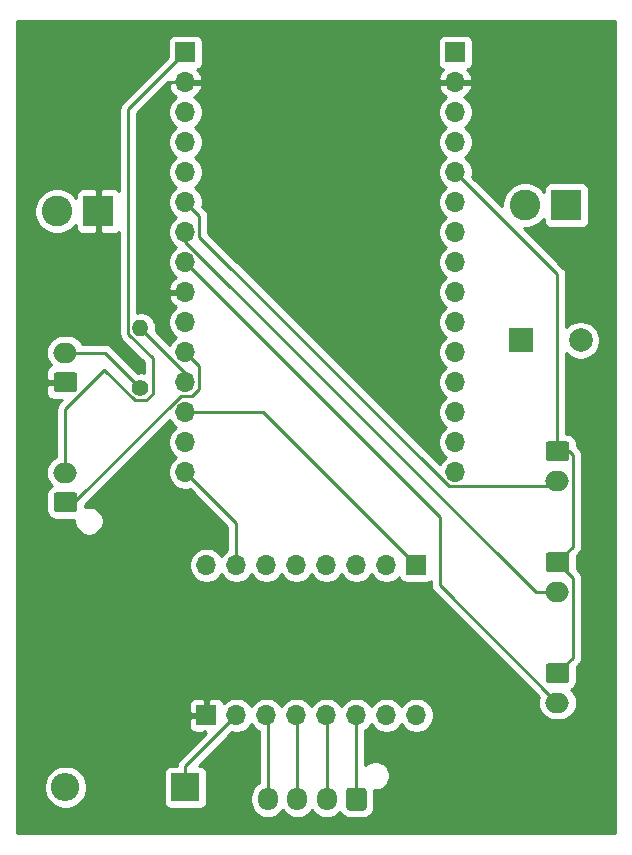
<source format=gtl>
%TF.GenerationSoftware,KiCad,Pcbnew,(5.1.10-1-10_14)*%
%TF.CreationDate,2021-12-20T14:54:58-05:00*%
%TF.ProjectId,SmartLock,536d6172-744c-46f6-936b-2e6b69636164,rev?*%
%TF.SameCoordinates,Original*%
%TF.FileFunction,Copper,L1,Top*%
%TF.FilePolarity,Positive*%
%FSLAX46Y46*%
G04 Gerber Fmt 4.6, Leading zero omitted, Abs format (unit mm)*
G04 Created by KiCad (PCBNEW (5.1.10-1-10_14)) date 2021-12-20 14:54:58*
%MOMM*%
%LPD*%
G01*
G04 APERTURE LIST*
%TA.AperFunction,ComponentPad*%
%ADD10O,2.400000X2.400000*%
%TD*%
%TA.AperFunction,ComponentPad*%
%ADD11R,2.400000X2.400000*%
%TD*%
%TA.AperFunction,ComponentPad*%
%ADD12C,2.000000*%
%TD*%
%TA.AperFunction,ComponentPad*%
%ADD13R,2.000000X2.000000*%
%TD*%
%TA.AperFunction,ComponentPad*%
%ADD14O,2.000000X1.700000*%
%TD*%
%TA.AperFunction,ComponentPad*%
%ADD15O,1.700000X1.950000*%
%TD*%
%TA.AperFunction,ComponentPad*%
%ADD16O,1.700000X1.700000*%
%TD*%
%TA.AperFunction,ComponentPad*%
%ADD17R,1.700000X1.700000*%
%TD*%
%TA.AperFunction,ComponentPad*%
%ADD18O,1.400000X1.400000*%
%TD*%
%TA.AperFunction,ComponentPad*%
%ADD19C,1.400000*%
%TD*%
%TA.AperFunction,ComponentPad*%
%ADD20C,2.600000*%
%TD*%
%TA.AperFunction,ComponentPad*%
%ADD21R,2.600000X2.600000*%
%TD*%
%TA.AperFunction,Conductor*%
%ADD22C,0.250000*%
%TD*%
%TA.AperFunction,Conductor*%
%ADD23C,0.254000*%
%TD*%
%TA.AperFunction,Conductor*%
%ADD24C,0.100000*%
%TD*%
G04 APERTURE END LIST*
D10*
X102870000Y-117856000D03*
D11*
X113030000Y-117856000D03*
D12*
X146478000Y-80010000D03*
D13*
X141478000Y-80010000D03*
D14*
X144526000Y-91908000D03*
%TA.AperFunction,ComponentPad*%
G36*
G01*
X143776000Y-88558000D02*
X145276000Y-88558000D01*
G75*
G02*
X145526000Y-88808000I0J-250000D01*
G01*
X145526000Y-90008000D01*
G75*
G02*
X145276000Y-90258000I-250000J0D01*
G01*
X143776000Y-90258000D01*
G75*
G02*
X143526000Y-90008000I0J250000D01*
G01*
X143526000Y-88808000D01*
G75*
G02*
X143776000Y-88558000I250000J0D01*
G01*
G37*
%TD.AperFunction*%
X144526000Y-101306000D03*
%TA.AperFunction,ComponentPad*%
G36*
G01*
X143776000Y-97956000D02*
X145276000Y-97956000D01*
G75*
G02*
X145526000Y-98206000I0J-250000D01*
G01*
X145526000Y-99406000D01*
G75*
G02*
X145276000Y-99656000I-250000J0D01*
G01*
X143776000Y-99656000D01*
G75*
G02*
X143526000Y-99406000I0J250000D01*
G01*
X143526000Y-98206000D01*
G75*
G02*
X143776000Y-97956000I250000J0D01*
G01*
G37*
%TD.AperFunction*%
D15*
X120008000Y-118872000D03*
X122508000Y-118872000D03*
X125008000Y-118872000D03*
%TA.AperFunction,ComponentPad*%
G36*
G01*
X128358000Y-118147000D02*
X128358000Y-119597000D01*
G75*
G02*
X128108000Y-119847000I-250000J0D01*
G01*
X126908000Y-119847000D01*
G75*
G02*
X126658000Y-119597000I0J250000D01*
G01*
X126658000Y-118147000D01*
G75*
G02*
X126908000Y-117897000I250000J0D01*
G01*
X128108000Y-117897000D01*
G75*
G02*
X128358000Y-118147000I0J-250000D01*
G01*
G37*
%TD.AperFunction*%
D14*
X144526000Y-110704000D03*
%TA.AperFunction,ComponentPad*%
G36*
G01*
X143776000Y-107354000D02*
X145276000Y-107354000D01*
G75*
G02*
X145526000Y-107604000I0J-250000D01*
G01*
X145526000Y-108804000D01*
G75*
G02*
X145276000Y-109054000I-250000J0D01*
G01*
X143776000Y-109054000D01*
G75*
G02*
X143526000Y-108804000I0J250000D01*
G01*
X143526000Y-107604000D01*
G75*
G02*
X143776000Y-107354000I250000J0D01*
G01*
G37*
%TD.AperFunction*%
D16*
X132588000Y-111760000D03*
X130048000Y-111760000D03*
X127508000Y-111760000D03*
X124968000Y-111760000D03*
X122428000Y-111760000D03*
X119888000Y-111760000D03*
X117348000Y-111760000D03*
D17*
X114808000Y-111760000D03*
D16*
X114808000Y-99060000D03*
X117348000Y-99060000D03*
X119888000Y-99060000D03*
X122428000Y-99060000D03*
X124968000Y-99060000D03*
X127508000Y-99060000D03*
X130048000Y-99060000D03*
D17*
X132588000Y-99060000D03*
D16*
X113030000Y-91186000D03*
X113030000Y-88646000D03*
X113030000Y-86106000D03*
X113030000Y-83566000D03*
X113030000Y-81026000D03*
X113030000Y-78486000D03*
X113030000Y-75946000D03*
X113030000Y-73406000D03*
X113030000Y-70866000D03*
X113030000Y-68326000D03*
X113030000Y-65786000D03*
X113030000Y-63246000D03*
X113030000Y-60706000D03*
X113030000Y-58166000D03*
D17*
X113030000Y-55626000D03*
D16*
X135890000Y-91186000D03*
X135890000Y-88646000D03*
X135890000Y-86106000D03*
X135890000Y-83566000D03*
X135890000Y-81026000D03*
X135890000Y-78486000D03*
X135890000Y-75946000D03*
X135890000Y-73406000D03*
X135890000Y-70866000D03*
X135890000Y-68326000D03*
X135890000Y-65786000D03*
X135890000Y-63246000D03*
X135890000Y-60706000D03*
X135890000Y-58166000D03*
D17*
X135890000Y-55626000D03*
D18*
X109220000Y-78994000D03*
D19*
X109220000Y-84074000D03*
D14*
X102870000Y-91226000D03*
%TA.AperFunction,ComponentPad*%
G36*
G01*
X103620000Y-94576000D02*
X102120000Y-94576000D01*
G75*
G02*
X101870000Y-94326000I0J250000D01*
G01*
X101870000Y-93126000D01*
G75*
G02*
X102120000Y-92876000I250000J0D01*
G01*
X103620000Y-92876000D01*
G75*
G02*
X103870000Y-93126000I0J-250000D01*
G01*
X103870000Y-94326000D01*
G75*
G02*
X103620000Y-94576000I-250000J0D01*
G01*
G37*
%TD.AperFunction*%
D20*
X141788000Y-68580000D03*
D21*
X145288000Y-68580000D03*
D14*
X102870000Y-81066000D03*
%TA.AperFunction,ComponentPad*%
G36*
G01*
X103620000Y-84416000D02*
X102120000Y-84416000D01*
G75*
G02*
X101870000Y-84166000I0J250000D01*
G01*
X101870000Y-82966000D01*
G75*
G02*
X102120000Y-82716000I250000J0D01*
G01*
X103620000Y-82716000D01*
G75*
G02*
X103870000Y-82966000I0J-250000D01*
G01*
X103870000Y-84166000D01*
G75*
G02*
X103620000Y-84416000I-250000J0D01*
G01*
G37*
%TD.AperFunction*%
D20*
X102164000Y-69088000D03*
D21*
X105664000Y-69088000D03*
D22*
X113030000Y-58166000D02*
X111760000Y-58166000D01*
X111760000Y-58166000D02*
X109982000Y-59944000D01*
X109982000Y-59944000D02*
X110744000Y-59944000D01*
X110744000Y-59944000D02*
X111506000Y-59182000D01*
X117348000Y-95504000D02*
X113030000Y-91186000D01*
X117348000Y-99060000D02*
X117348000Y-95504000D01*
X119634000Y-86106000D02*
X113030000Y-86106000D01*
X132588000Y-99060000D02*
X119634000Y-86106000D01*
X113030000Y-82804000D02*
X113030000Y-83566000D01*
X109220000Y-78994000D02*
X113030000Y-82804000D01*
X108194999Y-60461001D02*
X113030000Y-55626000D01*
X108194999Y-79486001D02*
X108194999Y-60461001D01*
X110245001Y-81536003D02*
X108194999Y-79486001D01*
X110245001Y-84566001D02*
X110245001Y-81536003D01*
X109712001Y-85099001D02*
X110245001Y-84566001D01*
X108776003Y-85099001D02*
X109712001Y-85099001D01*
X106172000Y-82494998D02*
X108776003Y-85099001D01*
X102870000Y-85796998D02*
X106172000Y-82494998D01*
X102870000Y-91226000D02*
X102870000Y-85796998D01*
X114205001Y-82201001D02*
X113030000Y-81026000D01*
X114205001Y-84130001D02*
X114205001Y-82201001D01*
X113594001Y-84741001D02*
X114205001Y-84130001D01*
X112616999Y-84741001D02*
X113594001Y-84741001D01*
X103632000Y-93726000D02*
X112616999Y-84741001D01*
X102870000Y-93726000D02*
X103632000Y-93726000D01*
X106212000Y-81066000D02*
X109220000Y-84074000D01*
X102870000Y-81066000D02*
X106212000Y-81066000D01*
X134573002Y-94949002D02*
X113030000Y-73406000D01*
X134573002Y-100751002D02*
X134573002Y-94949002D01*
X144526000Y-110704000D02*
X134573002Y-100751002D01*
X144526000Y-74422000D02*
X135890000Y-65786000D01*
X144526000Y-89408000D02*
X144526000Y-74422000D01*
X145851010Y-97480990D02*
X144526000Y-98806000D01*
X145851010Y-89733010D02*
X145851010Y-97480990D01*
X145526000Y-89408000D02*
X145851010Y-89733010D01*
X144526000Y-89408000D02*
X145526000Y-89408000D01*
X145851010Y-106878990D02*
X144526000Y-108204000D01*
X145851010Y-100131010D02*
X145851010Y-106878990D01*
X144526000Y-98806000D02*
X145851010Y-100131010D01*
X120008000Y-111880000D02*
X119888000Y-111760000D01*
X120008000Y-118872000D02*
X120008000Y-111880000D01*
X122508000Y-111840000D02*
X122428000Y-111760000D01*
X122508000Y-118872000D02*
X122508000Y-111840000D01*
X125008000Y-111800000D02*
X124968000Y-111760000D01*
X125008000Y-118872000D02*
X125008000Y-111800000D01*
X127508000Y-118872000D02*
X127508000Y-111760000D01*
X113030000Y-71666998D02*
X113030000Y-70866000D01*
X142669002Y-101306000D02*
X113030000Y-71666998D01*
X144526000Y-101306000D02*
X142669002Y-101306000D01*
X135325999Y-92361001D02*
X114205001Y-71240003D01*
X114205001Y-71240003D02*
X114205001Y-69501001D01*
X144072999Y-92361001D02*
X135325999Y-92361001D01*
X114205001Y-69501001D02*
X113030000Y-68326000D01*
X144526000Y-91908000D02*
X144072999Y-92361001D01*
X113030000Y-116078000D02*
X117348000Y-111760000D01*
X113030000Y-117856000D02*
X113030000Y-116078000D01*
D23*
X149429001Y-121743000D02*
X98729000Y-121743000D01*
X98729000Y-117675268D01*
X101035000Y-117675268D01*
X101035000Y-118036732D01*
X101105518Y-118391250D01*
X101243844Y-118725199D01*
X101444662Y-119025744D01*
X101700256Y-119281338D01*
X102000801Y-119482156D01*
X102334750Y-119620482D01*
X102689268Y-119691000D01*
X103050732Y-119691000D01*
X103405250Y-119620482D01*
X103739199Y-119482156D01*
X104039744Y-119281338D01*
X104295338Y-119025744D01*
X104496156Y-118725199D01*
X104634482Y-118391250D01*
X104705000Y-118036732D01*
X104705000Y-117675268D01*
X104634482Y-117320750D01*
X104496156Y-116986801D01*
X104295338Y-116686256D01*
X104265082Y-116656000D01*
X111191928Y-116656000D01*
X111191928Y-119056000D01*
X111204188Y-119180482D01*
X111240498Y-119300180D01*
X111299463Y-119410494D01*
X111378815Y-119507185D01*
X111475506Y-119586537D01*
X111585820Y-119645502D01*
X111705518Y-119681812D01*
X111830000Y-119694072D01*
X114230000Y-119694072D01*
X114354482Y-119681812D01*
X114474180Y-119645502D01*
X114584494Y-119586537D01*
X114681185Y-119507185D01*
X114760537Y-119410494D01*
X114819502Y-119300180D01*
X114855812Y-119180482D01*
X114868072Y-119056000D01*
X114868072Y-116656000D01*
X114855812Y-116531518D01*
X114819502Y-116411820D01*
X114760537Y-116301506D01*
X114681185Y-116204815D01*
X114584494Y-116125463D01*
X114474180Y-116066498D01*
X114354482Y-116030188D01*
X114230000Y-116017928D01*
X114164873Y-116017928D01*
X116981592Y-113201210D01*
X117201740Y-113245000D01*
X117494260Y-113245000D01*
X117781158Y-113187932D01*
X118051411Y-113075990D01*
X118294632Y-112913475D01*
X118501475Y-112706632D01*
X118618000Y-112532240D01*
X118734525Y-112706632D01*
X118941368Y-112913475D01*
X119184589Y-113075990D01*
X119248001Y-113102256D01*
X119248000Y-117469406D01*
X119178987Y-117506294D01*
X118952866Y-117691866D01*
X118767294Y-117917986D01*
X118629401Y-118175966D01*
X118544487Y-118455889D01*
X118523000Y-118674050D01*
X118523000Y-119069949D01*
X118544487Y-119288110D01*
X118629401Y-119568033D01*
X118767294Y-119826013D01*
X118952866Y-120052134D01*
X119178986Y-120237706D01*
X119436966Y-120375599D01*
X119716889Y-120460513D01*
X120008000Y-120489185D01*
X120299110Y-120460513D01*
X120579033Y-120375599D01*
X120837013Y-120237706D01*
X121063134Y-120052134D01*
X121248706Y-119826014D01*
X121258000Y-119808626D01*
X121267294Y-119826013D01*
X121452866Y-120052134D01*
X121678986Y-120237706D01*
X121936966Y-120375599D01*
X122216889Y-120460513D01*
X122508000Y-120489185D01*
X122799110Y-120460513D01*
X123079033Y-120375599D01*
X123337013Y-120237706D01*
X123563134Y-120052134D01*
X123748706Y-119826014D01*
X123758000Y-119808626D01*
X123767294Y-119826013D01*
X123952866Y-120052134D01*
X124178986Y-120237706D01*
X124436966Y-120375599D01*
X124716889Y-120460513D01*
X125008000Y-120489185D01*
X125299110Y-120460513D01*
X125579033Y-120375599D01*
X125837013Y-120237706D01*
X126063134Y-120052134D01*
X126115223Y-119988663D01*
X126169595Y-120090386D01*
X126280038Y-120224962D01*
X126414614Y-120335405D01*
X126568150Y-120417472D01*
X126734746Y-120468008D01*
X126908000Y-120485072D01*
X128108000Y-120485072D01*
X128281254Y-120468008D01*
X128447850Y-120417472D01*
X128601386Y-120335405D01*
X128735962Y-120224962D01*
X128846405Y-120090386D01*
X128928472Y-119936850D01*
X128979008Y-119770254D01*
X128996072Y-119597000D01*
X128996072Y-118147000D01*
X128992132Y-118107000D01*
X129229637Y-118107000D01*
X129468236Y-118059540D01*
X129692992Y-117966443D01*
X129895267Y-117831287D01*
X130067287Y-117659267D01*
X130202443Y-117456992D01*
X130295540Y-117232236D01*
X130343000Y-116993637D01*
X130343000Y-116750363D01*
X130295540Y-116511764D01*
X130202443Y-116287008D01*
X130067287Y-116084733D01*
X129895267Y-115912713D01*
X129692992Y-115777557D01*
X129468236Y-115684460D01*
X129229637Y-115637000D01*
X128986363Y-115637000D01*
X128747764Y-115684460D01*
X128523008Y-115777557D01*
X128320733Y-115912713D01*
X128268000Y-115965446D01*
X128268000Y-113038178D01*
X128454632Y-112913475D01*
X128661475Y-112706632D01*
X128778000Y-112532240D01*
X128894525Y-112706632D01*
X129101368Y-112913475D01*
X129344589Y-113075990D01*
X129614842Y-113187932D01*
X129901740Y-113245000D01*
X130194260Y-113245000D01*
X130481158Y-113187932D01*
X130751411Y-113075990D01*
X130994632Y-112913475D01*
X131201475Y-112706632D01*
X131318000Y-112532240D01*
X131434525Y-112706632D01*
X131641368Y-112913475D01*
X131884589Y-113075990D01*
X132154842Y-113187932D01*
X132441740Y-113245000D01*
X132734260Y-113245000D01*
X133021158Y-113187932D01*
X133291411Y-113075990D01*
X133534632Y-112913475D01*
X133741475Y-112706632D01*
X133903990Y-112463411D01*
X134015932Y-112193158D01*
X134073000Y-111906260D01*
X134073000Y-111613740D01*
X134015932Y-111326842D01*
X133903990Y-111056589D01*
X133741475Y-110813368D01*
X133534632Y-110606525D01*
X133291411Y-110444010D01*
X133021158Y-110332068D01*
X132734260Y-110275000D01*
X132441740Y-110275000D01*
X132154842Y-110332068D01*
X131884589Y-110444010D01*
X131641368Y-110606525D01*
X131434525Y-110813368D01*
X131318000Y-110987760D01*
X131201475Y-110813368D01*
X130994632Y-110606525D01*
X130751411Y-110444010D01*
X130481158Y-110332068D01*
X130194260Y-110275000D01*
X129901740Y-110275000D01*
X129614842Y-110332068D01*
X129344589Y-110444010D01*
X129101368Y-110606525D01*
X128894525Y-110813368D01*
X128778000Y-110987760D01*
X128661475Y-110813368D01*
X128454632Y-110606525D01*
X128211411Y-110444010D01*
X127941158Y-110332068D01*
X127654260Y-110275000D01*
X127361740Y-110275000D01*
X127074842Y-110332068D01*
X126804589Y-110444010D01*
X126561368Y-110606525D01*
X126354525Y-110813368D01*
X126238000Y-110987760D01*
X126121475Y-110813368D01*
X125914632Y-110606525D01*
X125671411Y-110444010D01*
X125401158Y-110332068D01*
X125114260Y-110275000D01*
X124821740Y-110275000D01*
X124534842Y-110332068D01*
X124264589Y-110444010D01*
X124021368Y-110606525D01*
X123814525Y-110813368D01*
X123698000Y-110987760D01*
X123581475Y-110813368D01*
X123374632Y-110606525D01*
X123131411Y-110444010D01*
X122861158Y-110332068D01*
X122574260Y-110275000D01*
X122281740Y-110275000D01*
X121994842Y-110332068D01*
X121724589Y-110444010D01*
X121481368Y-110606525D01*
X121274525Y-110813368D01*
X121158000Y-110987760D01*
X121041475Y-110813368D01*
X120834632Y-110606525D01*
X120591411Y-110444010D01*
X120321158Y-110332068D01*
X120034260Y-110275000D01*
X119741740Y-110275000D01*
X119454842Y-110332068D01*
X119184589Y-110444010D01*
X118941368Y-110606525D01*
X118734525Y-110813368D01*
X118618000Y-110987760D01*
X118501475Y-110813368D01*
X118294632Y-110606525D01*
X118051411Y-110444010D01*
X117781158Y-110332068D01*
X117494260Y-110275000D01*
X117201740Y-110275000D01*
X116914842Y-110332068D01*
X116644589Y-110444010D01*
X116401368Y-110606525D01*
X116269513Y-110738380D01*
X116247502Y-110665820D01*
X116188537Y-110555506D01*
X116109185Y-110458815D01*
X116012494Y-110379463D01*
X115902180Y-110320498D01*
X115782482Y-110284188D01*
X115658000Y-110271928D01*
X115093750Y-110275000D01*
X114935000Y-110433750D01*
X114935000Y-111633000D01*
X114955000Y-111633000D01*
X114955000Y-111887000D01*
X114935000Y-111887000D01*
X114935000Y-111907000D01*
X114681000Y-111907000D01*
X114681000Y-111887000D01*
X113481750Y-111887000D01*
X113323000Y-112045750D01*
X113319928Y-112610000D01*
X113332188Y-112734482D01*
X113368498Y-112854180D01*
X113427463Y-112964494D01*
X113506815Y-113061185D01*
X113603506Y-113140537D01*
X113713820Y-113199502D01*
X113833518Y-113235812D01*
X113958000Y-113248072D01*
X114522250Y-113245000D01*
X114680998Y-113086252D01*
X114680998Y-113245000D01*
X114788198Y-113245000D01*
X112518998Y-115514201D01*
X112490000Y-115537999D01*
X112466202Y-115566997D01*
X112466201Y-115566998D01*
X112395026Y-115653724D01*
X112324454Y-115785754D01*
X112280998Y-115929015D01*
X112272241Y-116017928D01*
X111830000Y-116017928D01*
X111705518Y-116030188D01*
X111585820Y-116066498D01*
X111475506Y-116125463D01*
X111378815Y-116204815D01*
X111299463Y-116301506D01*
X111240498Y-116411820D01*
X111204188Y-116531518D01*
X111191928Y-116656000D01*
X104265082Y-116656000D01*
X104039744Y-116430662D01*
X103739199Y-116229844D01*
X103405250Y-116091518D01*
X103050732Y-116021000D01*
X102689268Y-116021000D01*
X102334750Y-116091518D01*
X102000801Y-116229844D01*
X101700256Y-116430662D01*
X101444662Y-116686256D01*
X101243844Y-116986801D01*
X101105518Y-117320750D01*
X101035000Y-117675268D01*
X98729000Y-117675268D01*
X98729000Y-110910000D01*
X113319928Y-110910000D01*
X113323000Y-111474250D01*
X113481750Y-111633000D01*
X114681000Y-111633000D01*
X114681000Y-110433750D01*
X114522250Y-110275000D01*
X113958000Y-110271928D01*
X113833518Y-110284188D01*
X113713820Y-110320498D01*
X113603506Y-110379463D01*
X113506815Y-110458815D01*
X113427463Y-110555506D01*
X113368498Y-110665820D01*
X113332188Y-110785518D01*
X113319928Y-110910000D01*
X98729000Y-110910000D01*
X98729000Y-81066000D01*
X101227815Y-81066000D01*
X101256487Y-81357111D01*
X101341401Y-81637034D01*
X101479294Y-81895014D01*
X101660608Y-82115945D01*
X101625820Y-82126498D01*
X101515506Y-82185463D01*
X101418815Y-82264815D01*
X101339463Y-82361506D01*
X101280498Y-82471820D01*
X101244188Y-82591518D01*
X101231928Y-82716000D01*
X101235000Y-83280250D01*
X101393750Y-83439000D01*
X102743000Y-83439000D01*
X102743000Y-83419000D01*
X102997000Y-83419000D01*
X102997000Y-83439000D01*
X103017000Y-83439000D01*
X103017000Y-83693000D01*
X102997000Y-83693000D01*
X102997000Y-83713000D01*
X102743000Y-83713000D01*
X102743000Y-83693000D01*
X101393750Y-83693000D01*
X101235000Y-83851750D01*
X101231928Y-84416000D01*
X101244188Y-84540482D01*
X101280498Y-84660180D01*
X101339463Y-84770494D01*
X101418815Y-84867185D01*
X101515506Y-84946537D01*
X101625820Y-85005502D01*
X101745518Y-85041812D01*
X101870000Y-85054072D01*
X102541011Y-85051186D01*
X102358998Y-85233199D01*
X102330000Y-85256997D01*
X102306202Y-85285995D01*
X102306201Y-85285996D01*
X102235026Y-85372722D01*
X102164454Y-85504752D01*
X102145876Y-85565999D01*
X102120998Y-85648012D01*
X102117678Y-85681724D01*
X102106324Y-85796998D01*
X102110001Y-85834330D01*
X102110000Y-89868229D01*
X101890986Y-89985294D01*
X101664866Y-90170866D01*
X101479294Y-90396986D01*
X101341401Y-90654966D01*
X101256487Y-90934889D01*
X101227815Y-91226000D01*
X101256487Y-91517111D01*
X101341401Y-91797034D01*
X101479294Y-92055014D01*
X101664866Y-92281134D01*
X101728337Y-92333223D01*
X101626614Y-92387595D01*
X101492038Y-92498038D01*
X101381595Y-92632614D01*
X101299528Y-92786150D01*
X101248992Y-92952746D01*
X101231928Y-93126000D01*
X101231928Y-94326000D01*
X101248992Y-94499254D01*
X101299528Y-94665850D01*
X101381595Y-94819386D01*
X101492038Y-94953962D01*
X101626614Y-95064405D01*
X101780150Y-95146472D01*
X101946746Y-95197008D01*
X102120000Y-95214072D01*
X103620000Y-95214072D01*
X103635000Y-95212595D01*
X103635000Y-95447637D01*
X103682460Y-95686236D01*
X103775557Y-95910992D01*
X103910713Y-96113267D01*
X104082733Y-96285287D01*
X104285008Y-96420443D01*
X104509764Y-96513540D01*
X104748363Y-96561000D01*
X104991637Y-96561000D01*
X105230236Y-96513540D01*
X105454992Y-96420443D01*
X105657267Y-96285287D01*
X105829287Y-96113267D01*
X105964443Y-95910992D01*
X106057540Y-95686236D01*
X106105000Y-95447637D01*
X106105000Y-95204363D01*
X106057540Y-94965764D01*
X105964443Y-94741008D01*
X105829287Y-94538733D01*
X105657267Y-94366713D01*
X105454992Y-94231557D01*
X105230236Y-94138460D01*
X104991637Y-94091000D01*
X104748363Y-94091000D01*
X104509764Y-94138460D01*
X104508072Y-94139161D01*
X104508072Y-93924729D01*
X111687469Y-86745334D01*
X111714010Y-86809411D01*
X111876525Y-87052632D01*
X112083368Y-87259475D01*
X112257760Y-87376000D01*
X112083368Y-87492525D01*
X111876525Y-87699368D01*
X111714010Y-87942589D01*
X111602068Y-88212842D01*
X111545000Y-88499740D01*
X111545000Y-88792260D01*
X111602068Y-89079158D01*
X111714010Y-89349411D01*
X111876525Y-89592632D01*
X112083368Y-89799475D01*
X112257760Y-89916000D01*
X112083368Y-90032525D01*
X111876525Y-90239368D01*
X111714010Y-90482589D01*
X111602068Y-90752842D01*
X111545000Y-91039740D01*
X111545000Y-91332260D01*
X111602068Y-91619158D01*
X111714010Y-91889411D01*
X111876525Y-92132632D01*
X112083368Y-92339475D01*
X112326589Y-92501990D01*
X112596842Y-92613932D01*
X112883740Y-92671000D01*
X113176260Y-92671000D01*
X113396408Y-92627209D01*
X116588001Y-95818803D01*
X116588000Y-97781821D01*
X116401368Y-97906525D01*
X116194525Y-98113368D01*
X116078000Y-98287760D01*
X115961475Y-98113368D01*
X115754632Y-97906525D01*
X115511411Y-97744010D01*
X115241158Y-97632068D01*
X114954260Y-97575000D01*
X114661740Y-97575000D01*
X114374842Y-97632068D01*
X114104589Y-97744010D01*
X113861368Y-97906525D01*
X113654525Y-98113368D01*
X113492010Y-98356589D01*
X113380068Y-98626842D01*
X113323000Y-98913740D01*
X113323000Y-99206260D01*
X113380068Y-99493158D01*
X113492010Y-99763411D01*
X113654525Y-100006632D01*
X113861368Y-100213475D01*
X114104589Y-100375990D01*
X114374842Y-100487932D01*
X114661740Y-100545000D01*
X114954260Y-100545000D01*
X115241158Y-100487932D01*
X115511411Y-100375990D01*
X115754632Y-100213475D01*
X115961475Y-100006632D01*
X116078000Y-99832240D01*
X116194525Y-100006632D01*
X116401368Y-100213475D01*
X116644589Y-100375990D01*
X116914842Y-100487932D01*
X117201740Y-100545000D01*
X117494260Y-100545000D01*
X117781158Y-100487932D01*
X118051411Y-100375990D01*
X118294632Y-100213475D01*
X118501475Y-100006632D01*
X118618000Y-99832240D01*
X118734525Y-100006632D01*
X118941368Y-100213475D01*
X119184589Y-100375990D01*
X119454842Y-100487932D01*
X119741740Y-100545000D01*
X120034260Y-100545000D01*
X120321158Y-100487932D01*
X120591411Y-100375990D01*
X120834632Y-100213475D01*
X121041475Y-100006632D01*
X121158000Y-99832240D01*
X121274525Y-100006632D01*
X121481368Y-100213475D01*
X121724589Y-100375990D01*
X121994842Y-100487932D01*
X122281740Y-100545000D01*
X122574260Y-100545000D01*
X122861158Y-100487932D01*
X123131411Y-100375990D01*
X123374632Y-100213475D01*
X123581475Y-100006632D01*
X123698000Y-99832240D01*
X123814525Y-100006632D01*
X124021368Y-100213475D01*
X124264589Y-100375990D01*
X124534842Y-100487932D01*
X124821740Y-100545000D01*
X125114260Y-100545000D01*
X125401158Y-100487932D01*
X125671411Y-100375990D01*
X125914632Y-100213475D01*
X126121475Y-100006632D01*
X126238000Y-99832240D01*
X126354525Y-100006632D01*
X126561368Y-100213475D01*
X126804589Y-100375990D01*
X127074842Y-100487932D01*
X127361740Y-100545000D01*
X127654260Y-100545000D01*
X127941158Y-100487932D01*
X128211411Y-100375990D01*
X128454632Y-100213475D01*
X128661475Y-100006632D01*
X128778000Y-99832240D01*
X128894525Y-100006632D01*
X129101368Y-100213475D01*
X129344589Y-100375990D01*
X129614842Y-100487932D01*
X129901740Y-100545000D01*
X130194260Y-100545000D01*
X130481158Y-100487932D01*
X130751411Y-100375990D01*
X130994632Y-100213475D01*
X131126487Y-100081620D01*
X131148498Y-100154180D01*
X131207463Y-100264494D01*
X131286815Y-100361185D01*
X131383506Y-100440537D01*
X131493820Y-100499502D01*
X131613518Y-100535812D01*
X131738000Y-100548072D01*
X133438000Y-100548072D01*
X133562482Y-100535812D01*
X133682180Y-100499502D01*
X133792494Y-100440537D01*
X133813002Y-100423707D01*
X133813002Y-100713679D01*
X133809326Y-100751002D01*
X133813002Y-100788324D01*
X133813002Y-100788334D01*
X133823999Y-100899987D01*
X133858509Y-101013753D01*
X133867456Y-101043248D01*
X133938028Y-101175278D01*
X133977873Y-101223828D01*
X134033001Y-101291003D01*
X134062005Y-101314806D01*
X142970115Y-110222917D01*
X142912487Y-110412889D01*
X142883815Y-110704000D01*
X142912487Y-110995111D01*
X142997401Y-111275034D01*
X143135294Y-111533014D01*
X143320866Y-111759134D01*
X143546986Y-111944706D01*
X143804966Y-112082599D01*
X144084889Y-112167513D01*
X144303050Y-112189000D01*
X144748950Y-112189000D01*
X144967111Y-112167513D01*
X145247034Y-112082599D01*
X145505014Y-111944706D01*
X145731134Y-111759134D01*
X145916706Y-111533014D01*
X146054599Y-111275034D01*
X146139513Y-110995111D01*
X146168185Y-110704000D01*
X146139513Y-110412889D01*
X146054599Y-110132966D01*
X145916706Y-109874986D01*
X145731134Y-109648866D01*
X145667663Y-109596777D01*
X145769386Y-109542405D01*
X145903962Y-109431962D01*
X146014405Y-109297386D01*
X146096472Y-109143850D01*
X146147008Y-108977254D01*
X146164072Y-108804000D01*
X146164072Y-107640730D01*
X146362013Y-107442789D01*
X146391011Y-107418991D01*
X146417342Y-107386907D01*
X146485984Y-107303267D01*
X146556556Y-107171237D01*
X146574945Y-107110614D01*
X146600013Y-107027976D01*
X146611010Y-106916323D01*
X146611010Y-106916314D01*
X146614686Y-106878991D01*
X146611010Y-106841668D01*
X146611010Y-100168332D01*
X146614686Y-100131009D01*
X146611010Y-100093686D01*
X146611010Y-100093677D01*
X146600013Y-99982024D01*
X146556556Y-99838763D01*
X146516279Y-99763411D01*
X146485984Y-99706733D01*
X146414809Y-99620007D01*
X146391011Y-99591009D01*
X146362014Y-99567212D01*
X146164072Y-99369270D01*
X146164072Y-98242730D01*
X146362013Y-98044789D01*
X146391011Y-98020991D01*
X146436289Y-97965820D01*
X146485984Y-97905267D01*
X146556556Y-97773237D01*
X146574945Y-97712614D01*
X146600013Y-97629976D01*
X146611010Y-97518323D01*
X146611010Y-97518314D01*
X146614686Y-97480991D01*
X146611010Y-97443668D01*
X146611010Y-89770343D01*
X146614687Y-89733010D01*
X146600013Y-89584024D01*
X146556556Y-89440763D01*
X146485984Y-89308734D01*
X146391011Y-89193009D01*
X146362008Y-89169207D01*
X146164072Y-88971271D01*
X146164072Y-88808000D01*
X146147008Y-88634746D01*
X146096472Y-88468150D01*
X146014405Y-88314614D01*
X145903962Y-88180038D01*
X145769386Y-88069595D01*
X145615850Y-87987528D01*
X145449254Y-87936992D01*
X145286000Y-87920913D01*
X145286000Y-81130239D01*
X145435748Y-81279987D01*
X145703537Y-81458918D01*
X146001088Y-81582168D01*
X146316967Y-81645000D01*
X146639033Y-81645000D01*
X146954912Y-81582168D01*
X147252463Y-81458918D01*
X147520252Y-81279987D01*
X147747987Y-81052252D01*
X147926918Y-80784463D01*
X148050168Y-80486912D01*
X148113000Y-80171033D01*
X148113000Y-79848967D01*
X148050168Y-79533088D01*
X147926918Y-79235537D01*
X147747987Y-78967748D01*
X147520252Y-78740013D01*
X147252463Y-78561082D01*
X146954912Y-78437832D01*
X146639033Y-78375000D01*
X146316967Y-78375000D01*
X146001088Y-78437832D01*
X145703537Y-78561082D01*
X145435748Y-78740013D01*
X145286000Y-78889761D01*
X145286000Y-74459322D01*
X145289676Y-74421999D01*
X145286000Y-74384676D01*
X145286000Y-74384667D01*
X145275003Y-74273014D01*
X145231546Y-74129753D01*
X145160974Y-73997724D01*
X145066001Y-73881999D01*
X145037003Y-73858201D01*
X141693802Y-70515000D01*
X141978581Y-70515000D01*
X142352419Y-70440639D01*
X142704566Y-70294775D01*
X143021491Y-70083013D01*
X143291013Y-69813491D01*
X143349928Y-69725318D01*
X143349928Y-69880000D01*
X143362188Y-70004482D01*
X143398498Y-70124180D01*
X143457463Y-70234494D01*
X143536815Y-70331185D01*
X143633506Y-70410537D01*
X143743820Y-70469502D01*
X143863518Y-70505812D01*
X143988000Y-70518072D01*
X146588000Y-70518072D01*
X146712482Y-70505812D01*
X146832180Y-70469502D01*
X146942494Y-70410537D01*
X147039185Y-70331185D01*
X147118537Y-70234494D01*
X147177502Y-70124180D01*
X147213812Y-70004482D01*
X147226072Y-69880000D01*
X147226072Y-67280000D01*
X147213812Y-67155518D01*
X147177502Y-67035820D01*
X147118537Y-66925506D01*
X147039185Y-66828815D01*
X146942494Y-66749463D01*
X146832180Y-66690498D01*
X146712482Y-66654188D01*
X146588000Y-66641928D01*
X143988000Y-66641928D01*
X143863518Y-66654188D01*
X143743820Y-66690498D01*
X143633506Y-66749463D01*
X143536815Y-66828815D01*
X143457463Y-66925506D01*
X143398498Y-67035820D01*
X143362188Y-67155518D01*
X143349928Y-67280000D01*
X143349928Y-67434682D01*
X143291013Y-67346509D01*
X143021491Y-67076987D01*
X142704566Y-66865225D01*
X142352419Y-66719361D01*
X141978581Y-66645000D01*
X141597419Y-66645000D01*
X141223581Y-66719361D01*
X140871434Y-66865225D01*
X140554509Y-67076987D01*
X140284987Y-67346509D01*
X140073225Y-67663434D01*
X139927361Y-68015581D01*
X139853000Y-68389419D01*
X139853000Y-68674199D01*
X137331209Y-66152408D01*
X137375000Y-65932260D01*
X137375000Y-65639740D01*
X137317932Y-65352842D01*
X137205990Y-65082589D01*
X137043475Y-64839368D01*
X136836632Y-64632525D01*
X136662240Y-64516000D01*
X136836632Y-64399475D01*
X137043475Y-64192632D01*
X137205990Y-63949411D01*
X137317932Y-63679158D01*
X137375000Y-63392260D01*
X137375000Y-63099740D01*
X137317932Y-62812842D01*
X137205990Y-62542589D01*
X137043475Y-62299368D01*
X136836632Y-62092525D01*
X136662240Y-61976000D01*
X136836632Y-61859475D01*
X137043475Y-61652632D01*
X137205990Y-61409411D01*
X137317932Y-61139158D01*
X137375000Y-60852260D01*
X137375000Y-60559740D01*
X137317932Y-60272842D01*
X137205990Y-60002589D01*
X137043475Y-59759368D01*
X136836632Y-59552525D01*
X136654466Y-59430805D01*
X136771355Y-59361178D01*
X136987588Y-59166269D01*
X137161641Y-58932920D01*
X137286825Y-58670099D01*
X137331476Y-58522890D01*
X137210155Y-58293000D01*
X136017000Y-58293000D01*
X136017000Y-58313000D01*
X135763000Y-58313000D01*
X135763000Y-58293000D01*
X134569845Y-58293000D01*
X134448524Y-58522890D01*
X134493175Y-58670099D01*
X134618359Y-58932920D01*
X134792412Y-59166269D01*
X135008645Y-59361178D01*
X135125534Y-59430805D01*
X134943368Y-59552525D01*
X134736525Y-59759368D01*
X134574010Y-60002589D01*
X134462068Y-60272842D01*
X134405000Y-60559740D01*
X134405000Y-60852260D01*
X134462068Y-61139158D01*
X134574010Y-61409411D01*
X134736525Y-61652632D01*
X134943368Y-61859475D01*
X135117760Y-61976000D01*
X134943368Y-62092525D01*
X134736525Y-62299368D01*
X134574010Y-62542589D01*
X134462068Y-62812842D01*
X134405000Y-63099740D01*
X134405000Y-63392260D01*
X134462068Y-63679158D01*
X134574010Y-63949411D01*
X134736525Y-64192632D01*
X134943368Y-64399475D01*
X135117760Y-64516000D01*
X134943368Y-64632525D01*
X134736525Y-64839368D01*
X134574010Y-65082589D01*
X134462068Y-65352842D01*
X134405000Y-65639740D01*
X134405000Y-65932260D01*
X134462068Y-66219158D01*
X134574010Y-66489411D01*
X134736525Y-66732632D01*
X134943368Y-66939475D01*
X135117760Y-67056000D01*
X134943368Y-67172525D01*
X134736525Y-67379368D01*
X134574010Y-67622589D01*
X134462068Y-67892842D01*
X134405000Y-68179740D01*
X134405000Y-68472260D01*
X134462068Y-68759158D01*
X134574010Y-69029411D01*
X134736525Y-69272632D01*
X134943368Y-69479475D01*
X135117760Y-69596000D01*
X134943368Y-69712525D01*
X134736525Y-69919368D01*
X134574010Y-70162589D01*
X134462068Y-70432842D01*
X134405000Y-70719740D01*
X134405000Y-71012260D01*
X134462068Y-71299158D01*
X134574010Y-71569411D01*
X134736525Y-71812632D01*
X134943368Y-72019475D01*
X135117760Y-72136000D01*
X134943368Y-72252525D01*
X134736525Y-72459368D01*
X134574010Y-72702589D01*
X134462068Y-72972842D01*
X134405000Y-73259740D01*
X134405000Y-73552260D01*
X134462068Y-73839158D01*
X134574010Y-74109411D01*
X134736525Y-74352632D01*
X134943368Y-74559475D01*
X135117760Y-74676000D01*
X134943368Y-74792525D01*
X134736525Y-74999368D01*
X134574010Y-75242589D01*
X134462068Y-75512842D01*
X134405000Y-75799740D01*
X134405000Y-76092260D01*
X134462068Y-76379158D01*
X134574010Y-76649411D01*
X134736525Y-76892632D01*
X134943368Y-77099475D01*
X135117760Y-77216000D01*
X134943368Y-77332525D01*
X134736525Y-77539368D01*
X134574010Y-77782589D01*
X134462068Y-78052842D01*
X134405000Y-78339740D01*
X134405000Y-78632260D01*
X134462068Y-78919158D01*
X134574010Y-79189411D01*
X134736525Y-79432632D01*
X134943368Y-79639475D01*
X135117760Y-79756000D01*
X134943368Y-79872525D01*
X134736525Y-80079368D01*
X134574010Y-80322589D01*
X134462068Y-80592842D01*
X134405000Y-80879740D01*
X134405000Y-81172260D01*
X134462068Y-81459158D01*
X134574010Y-81729411D01*
X134736525Y-81972632D01*
X134943368Y-82179475D01*
X135117760Y-82296000D01*
X134943368Y-82412525D01*
X134736525Y-82619368D01*
X134574010Y-82862589D01*
X134462068Y-83132842D01*
X134405000Y-83419740D01*
X134405000Y-83712260D01*
X134462068Y-83999158D01*
X134574010Y-84269411D01*
X134736525Y-84512632D01*
X134943368Y-84719475D01*
X135117760Y-84836000D01*
X134943368Y-84952525D01*
X134736525Y-85159368D01*
X134574010Y-85402589D01*
X134462068Y-85672842D01*
X134405000Y-85959740D01*
X134405000Y-86252260D01*
X134462068Y-86539158D01*
X134574010Y-86809411D01*
X134736525Y-87052632D01*
X134943368Y-87259475D01*
X135117760Y-87376000D01*
X134943368Y-87492525D01*
X134736525Y-87699368D01*
X134574010Y-87942589D01*
X134462068Y-88212842D01*
X134405000Y-88499740D01*
X134405000Y-88792260D01*
X134462068Y-89079158D01*
X134574010Y-89349411D01*
X134736525Y-89592632D01*
X134943368Y-89799475D01*
X135117760Y-89916000D01*
X134943368Y-90032525D01*
X134736525Y-90239368D01*
X134574010Y-90482589D01*
X134558891Y-90519091D01*
X114965001Y-70925202D01*
X114965001Y-69538323D01*
X114968677Y-69501000D01*
X114965001Y-69463677D01*
X114965001Y-69463668D01*
X114954004Y-69352015D01*
X114910547Y-69208754D01*
X114839975Y-69076725D01*
X114745002Y-68961000D01*
X114716004Y-68937202D01*
X114471210Y-68692408D01*
X114515000Y-68472260D01*
X114515000Y-68179740D01*
X114457932Y-67892842D01*
X114345990Y-67622589D01*
X114183475Y-67379368D01*
X113976632Y-67172525D01*
X113802240Y-67056000D01*
X113976632Y-66939475D01*
X114183475Y-66732632D01*
X114345990Y-66489411D01*
X114457932Y-66219158D01*
X114515000Y-65932260D01*
X114515000Y-65639740D01*
X114457932Y-65352842D01*
X114345990Y-65082589D01*
X114183475Y-64839368D01*
X113976632Y-64632525D01*
X113802240Y-64516000D01*
X113976632Y-64399475D01*
X114183475Y-64192632D01*
X114345990Y-63949411D01*
X114457932Y-63679158D01*
X114515000Y-63392260D01*
X114515000Y-63099740D01*
X114457932Y-62812842D01*
X114345990Y-62542589D01*
X114183475Y-62299368D01*
X113976632Y-62092525D01*
X113802240Y-61976000D01*
X113976632Y-61859475D01*
X114183475Y-61652632D01*
X114345990Y-61409411D01*
X114457932Y-61139158D01*
X114515000Y-60852260D01*
X114515000Y-60559740D01*
X114457932Y-60272842D01*
X114345990Y-60002589D01*
X114183475Y-59759368D01*
X113976632Y-59552525D01*
X113794466Y-59430805D01*
X113911355Y-59361178D01*
X114127588Y-59166269D01*
X114301641Y-58932920D01*
X114426825Y-58670099D01*
X114471476Y-58522890D01*
X114350155Y-58293000D01*
X113157000Y-58293000D01*
X113157000Y-58313000D01*
X112903000Y-58313000D01*
X112903000Y-58293000D01*
X112883000Y-58293000D01*
X112883000Y-58039000D01*
X112903000Y-58039000D01*
X112903000Y-58019000D01*
X113157000Y-58019000D01*
X113157000Y-58039000D01*
X114350155Y-58039000D01*
X114471476Y-57809110D01*
X114426825Y-57661901D01*
X114301641Y-57399080D01*
X114127588Y-57165731D01*
X114043534Y-57089966D01*
X114124180Y-57065502D01*
X114234494Y-57006537D01*
X114331185Y-56927185D01*
X114410537Y-56830494D01*
X114469502Y-56720180D01*
X114505812Y-56600482D01*
X114518072Y-56476000D01*
X114518072Y-54776000D01*
X134401928Y-54776000D01*
X134401928Y-56476000D01*
X134414188Y-56600482D01*
X134450498Y-56720180D01*
X134509463Y-56830494D01*
X134588815Y-56927185D01*
X134685506Y-57006537D01*
X134795820Y-57065502D01*
X134876466Y-57089966D01*
X134792412Y-57165731D01*
X134618359Y-57399080D01*
X134493175Y-57661901D01*
X134448524Y-57809110D01*
X134569845Y-58039000D01*
X135763000Y-58039000D01*
X135763000Y-58019000D01*
X136017000Y-58019000D01*
X136017000Y-58039000D01*
X137210155Y-58039000D01*
X137331476Y-57809110D01*
X137286825Y-57661901D01*
X137161641Y-57399080D01*
X136987588Y-57165731D01*
X136903534Y-57089966D01*
X136984180Y-57065502D01*
X137094494Y-57006537D01*
X137191185Y-56927185D01*
X137270537Y-56830494D01*
X137329502Y-56720180D01*
X137365812Y-56600482D01*
X137378072Y-56476000D01*
X137378072Y-54776000D01*
X137365812Y-54651518D01*
X137329502Y-54531820D01*
X137270537Y-54421506D01*
X137191185Y-54324815D01*
X137094494Y-54245463D01*
X136984180Y-54186498D01*
X136864482Y-54150188D01*
X136740000Y-54137928D01*
X135040000Y-54137928D01*
X134915518Y-54150188D01*
X134795820Y-54186498D01*
X134685506Y-54245463D01*
X134588815Y-54324815D01*
X134509463Y-54421506D01*
X134450498Y-54531820D01*
X134414188Y-54651518D01*
X134401928Y-54776000D01*
X114518072Y-54776000D01*
X114505812Y-54651518D01*
X114469502Y-54531820D01*
X114410537Y-54421506D01*
X114331185Y-54324815D01*
X114234494Y-54245463D01*
X114124180Y-54186498D01*
X114004482Y-54150188D01*
X113880000Y-54137928D01*
X112180000Y-54137928D01*
X112055518Y-54150188D01*
X111935820Y-54186498D01*
X111825506Y-54245463D01*
X111728815Y-54324815D01*
X111649463Y-54421506D01*
X111590498Y-54531820D01*
X111554188Y-54651518D01*
X111541928Y-54776000D01*
X111541928Y-56039270D01*
X107683997Y-59897202D01*
X107654999Y-59921000D01*
X107631201Y-59949998D01*
X107631200Y-59949999D01*
X107560025Y-60036725D01*
X107489453Y-60168755D01*
X107445997Y-60312016D01*
X107431323Y-60461001D01*
X107435000Y-60498334D01*
X107435000Y-67360959D01*
X107415185Y-67336815D01*
X107318494Y-67257463D01*
X107208180Y-67198498D01*
X107088482Y-67162188D01*
X106964000Y-67149928D01*
X105949750Y-67153000D01*
X105791000Y-67311750D01*
X105791000Y-68961000D01*
X105811000Y-68961000D01*
X105811000Y-69215000D01*
X105791000Y-69215000D01*
X105791000Y-70864250D01*
X105949750Y-71023000D01*
X106964000Y-71026072D01*
X107088482Y-71013812D01*
X107208180Y-70977502D01*
X107318494Y-70918537D01*
X107415185Y-70839185D01*
X107434999Y-70815041D01*
X107434999Y-79448679D01*
X107431323Y-79486001D01*
X107434999Y-79523323D01*
X107434999Y-79523333D01*
X107445996Y-79634986D01*
X107461896Y-79687401D01*
X107489453Y-79778247D01*
X107560025Y-79910277D01*
X107563025Y-79913932D01*
X107654998Y-80026002D01*
X107684002Y-80049805D01*
X109485002Y-81850806D01*
X109485002Y-82765558D01*
X109351486Y-82739000D01*
X109088514Y-82739000D01*
X108981157Y-82760355D01*
X106775804Y-80555003D01*
X106752001Y-80525999D01*
X106636276Y-80431026D01*
X106504247Y-80360454D01*
X106360986Y-80316997D01*
X106249333Y-80306000D01*
X106249322Y-80306000D01*
X106212000Y-80302324D01*
X106174678Y-80306000D01*
X104297595Y-80306000D01*
X104260706Y-80236986D01*
X104075134Y-80010866D01*
X103849014Y-79825294D01*
X103591034Y-79687401D01*
X103311111Y-79602487D01*
X103092950Y-79581000D01*
X102647050Y-79581000D01*
X102428889Y-79602487D01*
X102148966Y-79687401D01*
X101890986Y-79825294D01*
X101664866Y-80010866D01*
X101479294Y-80236986D01*
X101341401Y-80494966D01*
X101256487Y-80774889D01*
X101227815Y-81066000D01*
X98729000Y-81066000D01*
X98729000Y-68897419D01*
X100229000Y-68897419D01*
X100229000Y-69278581D01*
X100303361Y-69652419D01*
X100449225Y-70004566D01*
X100660987Y-70321491D01*
X100930509Y-70591013D01*
X101247434Y-70802775D01*
X101599581Y-70948639D01*
X101973419Y-71023000D01*
X102354581Y-71023000D01*
X102728419Y-70948639D01*
X103080566Y-70802775D01*
X103397491Y-70591013D01*
X103667013Y-70321491D01*
X103726399Y-70232614D01*
X103725928Y-70388000D01*
X103738188Y-70512482D01*
X103774498Y-70632180D01*
X103833463Y-70742494D01*
X103912815Y-70839185D01*
X104009506Y-70918537D01*
X104119820Y-70977502D01*
X104239518Y-71013812D01*
X104364000Y-71026072D01*
X105378250Y-71023000D01*
X105537000Y-70864250D01*
X105537000Y-69215000D01*
X105517000Y-69215000D01*
X105517000Y-68961000D01*
X105537000Y-68961000D01*
X105537000Y-67311750D01*
X105378250Y-67153000D01*
X104364000Y-67149928D01*
X104239518Y-67162188D01*
X104119820Y-67198498D01*
X104009506Y-67257463D01*
X103912815Y-67336815D01*
X103833463Y-67433506D01*
X103774498Y-67543820D01*
X103738188Y-67663518D01*
X103725928Y-67788000D01*
X103726399Y-67943386D01*
X103667013Y-67854509D01*
X103397491Y-67584987D01*
X103080566Y-67373225D01*
X102728419Y-67227361D01*
X102354581Y-67153000D01*
X101973419Y-67153000D01*
X101599581Y-67227361D01*
X101247434Y-67373225D01*
X100930509Y-67584987D01*
X100660987Y-67854509D01*
X100449225Y-68171434D01*
X100303361Y-68523581D01*
X100229000Y-68897419D01*
X98729000Y-68897419D01*
X98729000Y-53009000D01*
X149429000Y-53009000D01*
X149429001Y-121743000D01*
%TA.AperFunction,Conductor*%
D24*
G36*
X149429001Y-121743000D02*
G01*
X98729000Y-121743000D01*
X98729000Y-117675268D01*
X101035000Y-117675268D01*
X101035000Y-118036732D01*
X101105518Y-118391250D01*
X101243844Y-118725199D01*
X101444662Y-119025744D01*
X101700256Y-119281338D01*
X102000801Y-119482156D01*
X102334750Y-119620482D01*
X102689268Y-119691000D01*
X103050732Y-119691000D01*
X103405250Y-119620482D01*
X103739199Y-119482156D01*
X104039744Y-119281338D01*
X104295338Y-119025744D01*
X104496156Y-118725199D01*
X104634482Y-118391250D01*
X104705000Y-118036732D01*
X104705000Y-117675268D01*
X104634482Y-117320750D01*
X104496156Y-116986801D01*
X104295338Y-116686256D01*
X104265082Y-116656000D01*
X111191928Y-116656000D01*
X111191928Y-119056000D01*
X111204188Y-119180482D01*
X111240498Y-119300180D01*
X111299463Y-119410494D01*
X111378815Y-119507185D01*
X111475506Y-119586537D01*
X111585820Y-119645502D01*
X111705518Y-119681812D01*
X111830000Y-119694072D01*
X114230000Y-119694072D01*
X114354482Y-119681812D01*
X114474180Y-119645502D01*
X114584494Y-119586537D01*
X114681185Y-119507185D01*
X114760537Y-119410494D01*
X114819502Y-119300180D01*
X114855812Y-119180482D01*
X114868072Y-119056000D01*
X114868072Y-116656000D01*
X114855812Y-116531518D01*
X114819502Y-116411820D01*
X114760537Y-116301506D01*
X114681185Y-116204815D01*
X114584494Y-116125463D01*
X114474180Y-116066498D01*
X114354482Y-116030188D01*
X114230000Y-116017928D01*
X114164873Y-116017928D01*
X116981592Y-113201210D01*
X117201740Y-113245000D01*
X117494260Y-113245000D01*
X117781158Y-113187932D01*
X118051411Y-113075990D01*
X118294632Y-112913475D01*
X118501475Y-112706632D01*
X118618000Y-112532240D01*
X118734525Y-112706632D01*
X118941368Y-112913475D01*
X119184589Y-113075990D01*
X119248001Y-113102256D01*
X119248000Y-117469406D01*
X119178987Y-117506294D01*
X118952866Y-117691866D01*
X118767294Y-117917986D01*
X118629401Y-118175966D01*
X118544487Y-118455889D01*
X118523000Y-118674050D01*
X118523000Y-119069949D01*
X118544487Y-119288110D01*
X118629401Y-119568033D01*
X118767294Y-119826013D01*
X118952866Y-120052134D01*
X119178986Y-120237706D01*
X119436966Y-120375599D01*
X119716889Y-120460513D01*
X120008000Y-120489185D01*
X120299110Y-120460513D01*
X120579033Y-120375599D01*
X120837013Y-120237706D01*
X121063134Y-120052134D01*
X121248706Y-119826014D01*
X121258000Y-119808626D01*
X121267294Y-119826013D01*
X121452866Y-120052134D01*
X121678986Y-120237706D01*
X121936966Y-120375599D01*
X122216889Y-120460513D01*
X122508000Y-120489185D01*
X122799110Y-120460513D01*
X123079033Y-120375599D01*
X123337013Y-120237706D01*
X123563134Y-120052134D01*
X123748706Y-119826014D01*
X123758000Y-119808626D01*
X123767294Y-119826013D01*
X123952866Y-120052134D01*
X124178986Y-120237706D01*
X124436966Y-120375599D01*
X124716889Y-120460513D01*
X125008000Y-120489185D01*
X125299110Y-120460513D01*
X125579033Y-120375599D01*
X125837013Y-120237706D01*
X126063134Y-120052134D01*
X126115223Y-119988663D01*
X126169595Y-120090386D01*
X126280038Y-120224962D01*
X126414614Y-120335405D01*
X126568150Y-120417472D01*
X126734746Y-120468008D01*
X126908000Y-120485072D01*
X128108000Y-120485072D01*
X128281254Y-120468008D01*
X128447850Y-120417472D01*
X128601386Y-120335405D01*
X128735962Y-120224962D01*
X128846405Y-120090386D01*
X128928472Y-119936850D01*
X128979008Y-119770254D01*
X128996072Y-119597000D01*
X128996072Y-118147000D01*
X128992132Y-118107000D01*
X129229637Y-118107000D01*
X129468236Y-118059540D01*
X129692992Y-117966443D01*
X129895267Y-117831287D01*
X130067287Y-117659267D01*
X130202443Y-117456992D01*
X130295540Y-117232236D01*
X130343000Y-116993637D01*
X130343000Y-116750363D01*
X130295540Y-116511764D01*
X130202443Y-116287008D01*
X130067287Y-116084733D01*
X129895267Y-115912713D01*
X129692992Y-115777557D01*
X129468236Y-115684460D01*
X129229637Y-115637000D01*
X128986363Y-115637000D01*
X128747764Y-115684460D01*
X128523008Y-115777557D01*
X128320733Y-115912713D01*
X128268000Y-115965446D01*
X128268000Y-113038178D01*
X128454632Y-112913475D01*
X128661475Y-112706632D01*
X128778000Y-112532240D01*
X128894525Y-112706632D01*
X129101368Y-112913475D01*
X129344589Y-113075990D01*
X129614842Y-113187932D01*
X129901740Y-113245000D01*
X130194260Y-113245000D01*
X130481158Y-113187932D01*
X130751411Y-113075990D01*
X130994632Y-112913475D01*
X131201475Y-112706632D01*
X131318000Y-112532240D01*
X131434525Y-112706632D01*
X131641368Y-112913475D01*
X131884589Y-113075990D01*
X132154842Y-113187932D01*
X132441740Y-113245000D01*
X132734260Y-113245000D01*
X133021158Y-113187932D01*
X133291411Y-113075990D01*
X133534632Y-112913475D01*
X133741475Y-112706632D01*
X133903990Y-112463411D01*
X134015932Y-112193158D01*
X134073000Y-111906260D01*
X134073000Y-111613740D01*
X134015932Y-111326842D01*
X133903990Y-111056589D01*
X133741475Y-110813368D01*
X133534632Y-110606525D01*
X133291411Y-110444010D01*
X133021158Y-110332068D01*
X132734260Y-110275000D01*
X132441740Y-110275000D01*
X132154842Y-110332068D01*
X131884589Y-110444010D01*
X131641368Y-110606525D01*
X131434525Y-110813368D01*
X131318000Y-110987760D01*
X131201475Y-110813368D01*
X130994632Y-110606525D01*
X130751411Y-110444010D01*
X130481158Y-110332068D01*
X130194260Y-110275000D01*
X129901740Y-110275000D01*
X129614842Y-110332068D01*
X129344589Y-110444010D01*
X129101368Y-110606525D01*
X128894525Y-110813368D01*
X128778000Y-110987760D01*
X128661475Y-110813368D01*
X128454632Y-110606525D01*
X128211411Y-110444010D01*
X127941158Y-110332068D01*
X127654260Y-110275000D01*
X127361740Y-110275000D01*
X127074842Y-110332068D01*
X126804589Y-110444010D01*
X126561368Y-110606525D01*
X126354525Y-110813368D01*
X126238000Y-110987760D01*
X126121475Y-110813368D01*
X125914632Y-110606525D01*
X125671411Y-110444010D01*
X125401158Y-110332068D01*
X125114260Y-110275000D01*
X124821740Y-110275000D01*
X124534842Y-110332068D01*
X124264589Y-110444010D01*
X124021368Y-110606525D01*
X123814525Y-110813368D01*
X123698000Y-110987760D01*
X123581475Y-110813368D01*
X123374632Y-110606525D01*
X123131411Y-110444010D01*
X122861158Y-110332068D01*
X122574260Y-110275000D01*
X122281740Y-110275000D01*
X121994842Y-110332068D01*
X121724589Y-110444010D01*
X121481368Y-110606525D01*
X121274525Y-110813368D01*
X121158000Y-110987760D01*
X121041475Y-110813368D01*
X120834632Y-110606525D01*
X120591411Y-110444010D01*
X120321158Y-110332068D01*
X120034260Y-110275000D01*
X119741740Y-110275000D01*
X119454842Y-110332068D01*
X119184589Y-110444010D01*
X118941368Y-110606525D01*
X118734525Y-110813368D01*
X118618000Y-110987760D01*
X118501475Y-110813368D01*
X118294632Y-110606525D01*
X118051411Y-110444010D01*
X117781158Y-110332068D01*
X117494260Y-110275000D01*
X117201740Y-110275000D01*
X116914842Y-110332068D01*
X116644589Y-110444010D01*
X116401368Y-110606525D01*
X116269513Y-110738380D01*
X116247502Y-110665820D01*
X116188537Y-110555506D01*
X116109185Y-110458815D01*
X116012494Y-110379463D01*
X115902180Y-110320498D01*
X115782482Y-110284188D01*
X115658000Y-110271928D01*
X115093750Y-110275000D01*
X114935000Y-110433750D01*
X114935000Y-111633000D01*
X114955000Y-111633000D01*
X114955000Y-111887000D01*
X114935000Y-111887000D01*
X114935000Y-111907000D01*
X114681000Y-111907000D01*
X114681000Y-111887000D01*
X113481750Y-111887000D01*
X113323000Y-112045750D01*
X113319928Y-112610000D01*
X113332188Y-112734482D01*
X113368498Y-112854180D01*
X113427463Y-112964494D01*
X113506815Y-113061185D01*
X113603506Y-113140537D01*
X113713820Y-113199502D01*
X113833518Y-113235812D01*
X113958000Y-113248072D01*
X114522250Y-113245000D01*
X114680998Y-113086252D01*
X114680998Y-113245000D01*
X114788198Y-113245000D01*
X112518998Y-115514201D01*
X112490000Y-115537999D01*
X112466202Y-115566997D01*
X112466201Y-115566998D01*
X112395026Y-115653724D01*
X112324454Y-115785754D01*
X112280998Y-115929015D01*
X112272241Y-116017928D01*
X111830000Y-116017928D01*
X111705518Y-116030188D01*
X111585820Y-116066498D01*
X111475506Y-116125463D01*
X111378815Y-116204815D01*
X111299463Y-116301506D01*
X111240498Y-116411820D01*
X111204188Y-116531518D01*
X111191928Y-116656000D01*
X104265082Y-116656000D01*
X104039744Y-116430662D01*
X103739199Y-116229844D01*
X103405250Y-116091518D01*
X103050732Y-116021000D01*
X102689268Y-116021000D01*
X102334750Y-116091518D01*
X102000801Y-116229844D01*
X101700256Y-116430662D01*
X101444662Y-116686256D01*
X101243844Y-116986801D01*
X101105518Y-117320750D01*
X101035000Y-117675268D01*
X98729000Y-117675268D01*
X98729000Y-110910000D01*
X113319928Y-110910000D01*
X113323000Y-111474250D01*
X113481750Y-111633000D01*
X114681000Y-111633000D01*
X114681000Y-110433750D01*
X114522250Y-110275000D01*
X113958000Y-110271928D01*
X113833518Y-110284188D01*
X113713820Y-110320498D01*
X113603506Y-110379463D01*
X113506815Y-110458815D01*
X113427463Y-110555506D01*
X113368498Y-110665820D01*
X113332188Y-110785518D01*
X113319928Y-110910000D01*
X98729000Y-110910000D01*
X98729000Y-81066000D01*
X101227815Y-81066000D01*
X101256487Y-81357111D01*
X101341401Y-81637034D01*
X101479294Y-81895014D01*
X101660608Y-82115945D01*
X101625820Y-82126498D01*
X101515506Y-82185463D01*
X101418815Y-82264815D01*
X101339463Y-82361506D01*
X101280498Y-82471820D01*
X101244188Y-82591518D01*
X101231928Y-82716000D01*
X101235000Y-83280250D01*
X101393750Y-83439000D01*
X102743000Y-83439000D01*
X102743000Y-83419000D01*
X102997000Y-83419000D01*
X102997000Y-83439000D01*
X103017000Y-83439000D01*
X103017000Y-83693000D01*
X102997000Y-83693000D01*
X102997000Y-83713000D01*
X102743000Y-83713000D01*
X102743000Y-83693000D01*
X101393750Y-83693000D01*
X101235000Y-83851750D01*
X101231928Y-84416000D01*
X101244188Y-84540482D01*
X101280498Y-84660180D01*
X101339463Y-84770494D01*
X101418815Y-84867185D01*
X101515506Y-84946537D01*
X101625820Y-85005502D01*
X101745518Y-85041812D01*
X101870000Y-85054072D01*
X102541011Y-85051186D01*
X102358998Y-85233199D01*
X102330000Y-85256997D01*
X102306202Y-85285995D01*
X102306201Y-85285996D01*
X102235026Y-85372722D01*
X102164454Y-85504752D01*
X102145876Y-85565999D01*
X102120998Y-85648012D01*
X102117678Y-85681724D01*
X102106324Y-85796998D01*
X102110001Y-85834330D01*
X102110000Y-89868229D01*
X101890986Y-89985294D01*
X101664866Y-90170866D01*
X101479294Y-90396986D01*
X101341401Y-90654966D01*
X101256487Y-90934889D01*
X101227815Y-91226000D01*
X101256487Y-91517111D01*
X101341401Y-91797034D01*
X101479294Y-92055014D01*
X101664866Y-92281134D01*
X101728337Y-92333223D01*
X101626614Y-92387595D01*
X101492038Y-92498038D01*
X101381595Y-92632614D01*
X101299528Y-92786150D01*
X101248992Y-92952746D01*
X101231928Y-93126000D01*
X101231928Y-94326000D01*
X101248992Y-94499254D01*
X101299528Y-94665850D01*
X101381595Y-94819386D01*
X101492038Y-94953962D01*
X101626614Y-95064405D01*
X101780150Y-95146472D01*
X101946746Y-95197008D01*
X102120000Y-95214072D01*
X103620000Y-95214072D01*
X103635000Y-95212595D01*
X103635000Y-95447637D01*
X103682460Y-95686236D01*
X103775557Y-95910992D01*
X103910713Y-96113267D01*
X104082733Y-96285287D01*
X104285008Y-96420443D01*
X104509764Y-96513540D01*
X104748363Y-96561000D01*
X104991637Y-96561000D01*
X105230236Y-96513540D01*
X105454992Y-96420443D01*
X105657267Y-96285287D01*
X105829287Y-96113267D01*
X105964443Y-95910992D01*
X106057540Y-95686236D01*
X106105000Y-95447637D01*
X106105000Y-95204363D01*
X106057540Y-94965764D01*
X105964443Y-94741008D01*
X105829287Y-94538733D01*
X105657267Y-94366713D01*
X105454992Y-94231557D01*
X105230236Y-94138460D01*
X104991637Y-94091000D01*
X104748363Y-94091000D01*
X104509764Y-94138460D01*
X104508072Y-94139161D01*
X104508072Y-93924729D01*
X111687469Y-86745334D01*
X111714010Y-86809411D01*
X111876525Y-87052632D01*
X112083368Y-87259475D01*
X112257760Y-87376000D01*
X112083368Y-87492525D01*
X111876525Y-87699368D01*
X111714010Y-87942589D01*
X111602068Y-88212842D01*
X111545000Y-88499740D01*
X111545000Y-88792260D01*
X111602068Y-89079158D01*
X111714010Y-89349411D01*
X111876525Y-89592632D01*
X112083368Y-89799475D01*
X112257760Y-89916000D01*
X112083368Y-90032525D01*
X111876525Y-90239368D01*
X111714010Y-90482589D01*
X111602068Y-90752842D01*
X111545000Y-91039740D01*
X111545000Y-91332260D01*
X111602068Y-91619158D01*
X111714010Y-91889411D01*
X111876525Y-92132632D01*
X112083368Y-92339475D01*
X112326589Y-92501990D01*
X112596842Y-92613932D01*
X112883740Y-92671000D01*
X113176260Y-92671000D01*
X113396408Y-92627209D01*
X116588001Y-95818803D01*
X116588000Y-97781821D01*
X116401368Y-97906525D01*
X116194525Y-98113368D01*
X116078000Y-98287760D01*
X115961475Y-98113368D01*
X115754632Y-97906525D01*
X115511411Y-97744010D01*
X115241158Y-97632068D01*
X114954260Y-97575000D01*
X114661740Y-97575000D01*
X114374842Y-97632068D01*
X114104589Y-97744010D01*
X113861368Y-97906525D01*
X113654525Y-98113368D01*
X113492010Y-98356589D01*
X113380068Y-98626842D01*
X113323000Y-98913740D01*
X113323000Y-99206260D01*
X113380068Y-99493158D01*
X113492010Y-99763411D01*
X113654525Y-100006632D01*
X113861368Y-100213475D01*
X114104589Y-100375990D01*
X114374842Y-100487932D01*
X114661740Y-100545000D01*
X114954260Y-100545000D01*
X115241158Y-100487932D01*
X115511411Y-100375990D01*
X115754632Y-100213475D01*
X115961475Y-100006632D01*
X116078000Y-99832240D01*
X116194525Y-100006632D01*
X116401368Y-100213475D01*
X116644589Y-100375990D01*
X116914842Y-100487932D01*
X117201740Y-100545000D01*
X117494260Y-100545000D01*
X117781158Y-100487932D01*
X118051411Y-100375990D01*
X118294632Y-100213475D01*
X118501475Y-100006632D01*
X118618000Y-99832240D01*
X118734525Y-100006632D01*
X118941368Y-100213475D01*
X119184589Y-100375990D01*
X119454842Y-100487932D01*
X119741740Y-100545000D01*
X120034260Y-100545000D01*
X120321158Y-100487932D01*
X120591411Y-100375990D01*
X120834632Y-100213475D01*
X121041475Y-100006632D01*
X121158000Y-99832240D01*
X121274525Y-100006632D01*
X121481368Y-100213475D01*
X121724589Y-100375990D01*
X121994842Y-100487932D01*
X122281740Y-100545000D01*
X122574260Y-100545000D01*
X122861158Y-100487932D01*
X123131411Y-100375990D01*
X123374632Y-100213475D01*
X123581475Y-100006632D01*
X123698000Y-99832240D01*
X123814525Y-100006632D01*
X124021368Y-100213475D01*
X124264589Y-100375990D01*
X124534842Y-100487932D01*
X124821740Y-100545000D01*
X125114260Y-100545000D01*
X125401158Y-100487932D01*
X125671411Y-100375990D01*
X125914632Y-100213475D01*
X126121475Y-100006632D01*
X126238000Y-99832240D01*
X126354525Y-100006632D01*
X126561368Y-100213475D01*
X126804589Y-100375990D01*
X127074842Y-100487932D01*
X127361740Y-100545000D01*
X127654260Y-100545000D01*
X127941158Y-100487932D01*
X128211411Y-100375990D01*
X128454632Y-100213475D01*
X128661475Y-100006632D01*
X128778000Y-99832240D01*
X128894525Y-100006632D01*
X129101368Y-100213475D01*
X129344589Y-100375990D01*
X129614842Y-100487932D01*
X129901740Y-100545000D01*
X130194260Y-100545000D01*
X130481158Y-100487932D01*
X130751411Y-100375990D01*
X130994632Y-100213475D01*
X131126487Y-100081620D01*
X131148498Y-100154180D01*
X131207463Y-100264494D01*
X131286815Y-100361185D01*
X131383506Y-100440537D01*
X131493820Y-100499502D01*
X131613518Y-100535812D01*
X131738000Y-100548072D01*
X133438000Y-100548072D01*
X133562482Y-100535812D01*
X133682180Y-100499502D01*
X133792494Y-100440537D01*
X133813002Y-100423707D01*
X133813002Y-100713679D01*
X133809326Y-100751002D01*
X133813002Y-100788324D01*
X133813002Y-100788334D01*
X133823999Y-100899987D01*
X133858509Y-101013753D01*
X133867456Y-101043248D01*
X133938028Y-101175278D01*
X133977873Y-101223828D01*
X134033001Y-101291003D01*
X134062005Y-101314806D01*
X142970115Y-110222917D01*
X142912487Y-110412889D01*
X142883815Y-110704000D01*
X142912487Y-110995111D01*
X142997401Y-111275034D01*
X143135294Y-111533014D01*
X143320866Y-111759134D01*
X143546986Y-111944706D01*
X143804966Y-112082599D01*
X144084889Y-112167513D01*
X144303050Y-112189000D01*
X144748950Y-112189000D01*
X144967111Y-112167513D01*
X145247034Y-112082599D01*
X145505014Y-111944706D01*
X145731134Y-111759134D01*
X145916706Y-111533014D01*
X146054599Y-111275034D01*
X146139513Y-110995111D01*
X146168185Y-110704000D01*
X146139513Y-110412889D01*
X146054599Y-110132966D01*
X145916706Y-109874986D01*
X145731134Y-109648866D01*
X145667663Y-109596777D01*
X145769386Y-109542405D01*
X145903962Y-109431962D01*
X146014405Y-109297386D01*
X146096472Y-109143850D01*
X146147008Y-108977254D01*
X146164072Y-108804000D01*
X146164072Y-107640730D01*
X146362013Y-107442789D01*
X146391011Y-107418991D01*
X146417342Y-107386907D01*
X146485984Y-107303267D01*
X146556556Y-107171237D01*
X146574945Y-107110614D01*
X146600013Y-107027976D01*
X146611010Y-106916323D01*
X146611010Y-106916314D01*
X146614686Y-106878991D01*
X146611010Y-106841668D01*
X146611010Y-100168332D01*
X146614686Y-100131009D01*
X146611010Y-100093686D01*
X146611010Y-100093677D01*
X146600013Y-99982024D01*
X146556556Y-99838763D01*
X146516279Y-99763411D01*
X146485984Y-99706733D01*
X146414809Y-99620007D01*
X146391011Y-99591009D01*
X146362014Y-99567212D01*
X146164072Y-99369270D01*
X146164072Y-98242730D01*
X146362013Y-98044789D01*
X146391011Y-98020991D01*
X146436289Y-97965820D01*
X146485984Y-97905267D01*
X146556556Y-97773237D01*
X146574945Y-97712614D01*
X146600013Y-97629976D01*
X146611010Y-97518323D01*
X146611010Y-97518314D01*
X146614686Y-97480991D01*
X146611010Y-97443668D01*
X146611010Y-89770343D01*
X146614687Y-89733010D01*
X146600013Y-89584024D01*
X146556556Y-89440763D01*
X146485984Y-89308734D01*
X146391011Y-89193009D01*
X146362008Y-89169207D01*
X146164072Y-88971271D01*
X146164072Y-88808000D01*
X146147008Y-88634746D01*
X146096472Y-88468150D01*
X146014405Y-88314614D01*
X145903962Y-88180038D01*
X145769386Y-88069595D01*
X145615850Y-87987528D01*
X145449254Y-87936992D01*
X145286000Y-87920913D01*
X145286000Y-81130239D01*
X145435748Y-81279987D01*
X145703537Y-81458918D01*
X146001088Y-81582168D01*
X146316967Y-81645000D01*
X146639033Y-81645000D01*
X146954912Y-81582168D01*
X147252463Y-81458918D01*
X147520252Y-81279987D01*
X147747987Y-81052252D01*
X147926918Y-80784463D01*
X148050168Y-80486912D01*
X148113000Y-80171033D01*
X148113000Y-79848967D01*
X148050168Y-79533088D01*
X147926918Y-79235537D01*
X147747987Y-78967748D01*
X147520252Y-78740013D01*
X147252463Y-78561082D01*
X146954912Y-78437832D01*
X146639033Y-78375000D01*
X146316967Y-78375000D01*
X146001088Y-78437832D01*
X145703537Y-78561082D01*
X145435748Y-78740013D01*
X145286000Y-78889761D01*
X145286000Y-74459322D01*
X145289676Y-74421999D01*
X145286000Y-74384676D01*
X145286000Y-74384667D01*
X145275003Y-74273014D01*
X145231546Y-74129753D01*
X145160974Y-73997724D01*
X145066001Y-73881999D01*
X145037003Y-73858201D01*
X141693802Y-70515000D01*
X141978581Y-70515000D01*
X142352419Y-70440639D01*
X142704566Y-70294775D01*
X143021491Y-70083013D01*
X143291013Y-69813491D01*
X143349928Y-69725318D01*
X143349928Y-69880000D01*
X143362188Y-70004482D01*
X143398498Y-70124180D01*
X143457463Y-70234494D01*
X143536815Y-70331185D01*
X143633506Y-70410537D01*
X143743820Y-70469502D01*
X143863518Y-70505812D01*
X143988000Y-70518072D01*
X146588000Y-70518072D01*
X146712482Y-70505812D01*
X146832180Y-70469502D01*
X146942494Y-70410537D01*
X147039185Y-70331185D01*
X147118537Y-70234494D01*
X147177502Y-70124180D01*
X147213812Y-70004482D01*
X147226072Y-69880000D01*
X147226072Y-67280000D01*
X147213812Y-67155518D01*
X147177502Y-67035820D01*
X147118537Y-66925506D01*
X147039185Y-66828815D01*
X146942494Y-66749463D01*
X146832180Y-66690498D01*
X146712482Y-66654188D01*
X146588000Y-66641928D01*
X143988000Y-66641928D01*
X143863518Y-66654188D01*
X143743820Y-66690498D01*
X143633506Y-66749463D01*
X143536815Y-66828815D01*
X143457463Y-66925506D01*
X143398498Y-67035820D01*
X143362188Y-67155518D01*
X143349928Y-67280000D01*
X143349928Y-67434682D01*
X143291013Y-67346509D01*
X143021491Y-67076987D01*
X142704566Y-66865225D01*
X142352419Y-66719361D01*
X141978581Y-66645000D01*
X141597419Y-66645000D01*
X141223581Y-66719361D01*
X140871434Y-66865225D01*
X140554509Y-67076987D01*
X140284987Y-67346509D01*
X140073225Y-67663434D01*
X139927361Y-68015581D01*
X139853000Y-68389419D01*
X139853000Y-68674199D01*
X137331209Y-66152408D01*
X137375000Y-65932260D01*
X137375000Y-65639740D01*
X137317932Y-65352842D01*
X137205990Y-65082589D01*
X137043475Y-64839368D01*
X136836632Y-64632525D01*
X136662240Y-64516000D01*
X136836632Y-64399475D01*
X137043475Y-64192632D01*
X137205990Y-63949411D01*
X137317932Y-63679158D01*
X137375000Y-63392260D01*
X137375000Y-63099740D01*
X137317932Y-62812842D01*
X137205990Y-62542589D01*
X137043475Y-62299368D01*
X136836632Y-62092525D01*
X136662240Y-61976000D01*
X136836632Y-61859475D01*
X137043475Y-61652632D01*
X137205990Y-61409411D01*
X137317932Y-61139158D01*
X137375000Y-60852260D01*
X137375000Y-60559740D01*
X137317932Y-60272842D01*
X137205990Y-60002589D01*
X137043475Y-59759368D01*
X136836632Y-59552525D01*
X136654466Y-59430805D01*
X136771355Y-59361178D01*
X136987588Y-59166269D01*
X137161641Y-58932920D01*
X137286825Y-58670099D01*
X137331476Y-58522890D01*
X137210155Y-58293000D01*
X136017000Y-58293000D01*
X136017000Y-58313000D01*
X135763000Y-58313000D01*
X135763000Y-58293000D01*
X134569845Y-58293000D01*
X134448524Y-58522890D01*
X134493175Y-58670099D01*
X134618359Y-58932920D01*
X134792412Y-59166269D01*
X135008645Y-59361178D01*
X135125534Y-59430805D01*
X134943368Y-59552525D01*
X134736525Y-59759368D01*
X134574010Y-60002589D01*
X134462068Y-60272842D01*
X134405000Y-60559740D01*
X134405000Y-60852260D01*
X134462068Y-61139158D01*
X134574010Y-61409411D01*
X134736525Y-61652632D01*
X134943368Y-61859475D01*
X135117760Y-61976000D01*
X134943368Y-62092525D01*
X134736525Y-62299368D01*
X134574010Y-62542589D01*
X134462068Y-62812842D01*
X134405000Y-63099740D01*
X134405000Y-63392260D01*
X134462068Y-63679158D01*
X134574010Y-63949411D01*
X134736525Y-64192632D01*
X134943368Y-64399475D01*
X135117760Y-64516000D01*
X134943368Y-64632525D01*
X134736525Y-64839368D01*
X134574010Y-65082589D01*
X134462068Y-65352842D01*
X134405000Y-65639740D01*
X134405000Y-65932260D01*
X134462068Y-66219158D01*
X134574010Y-66489411D01*
X134736525Y-66732632D01*
X134943368Y-66939475D01*
X135117760Y-67056000D01*
X134943368Y-67172525D01*
X134736525Y-67379368D01*
X134574010Y-67622589D01*
X134462068Y-67892842D01*
X134405000Y-68179740D01*
X134405000Y-68472260D01*
X134462068Y-68759158D01*
X134574010Y-69029411D01*
X134736525Y-69272632D01*
X134943368Y-69479475D01*
X135117760Y-69596000D01*
X134943368Y-69712525D01*
X134736525Y-69919368D01*
X134574010Y-70162589D01*
X134462068Y-70432842D01*
X134405000Y-70719740D01*
X134405000Y-71012260D01*
X134462068Y-71299158D01*
X134574010Y-71569411D01*
X134736525Y-71812632D01*
X134943368Y-72019475D01*
X135117760Y-72136000D01*
X134943368Y-72252525D01*
X134736525Y-72459368D01*
X134574010Y-72702589D01*
X134462068Y-72972842D01*
X134405000Y-73259740D01*
X134405000Y-73552260D01*
X134462068Y-73839158D01*
X134574010Y-74109411D01*
X134736525Y-74352632D01*
X134943368Y-74559475D01*
X135117760Y-74676000D01*
X134943368Y-74792525D01*
X134736525Y-74999368D01*
X134574010Y-75242589D01*
X134462068Y-75512842D01*
X134405000Y-75799740D01*
X134405000Y-76092260D01*
X134462068Y-76379158D01*
X134574010Y-76649411D01*
X134736525Y-76892632D01*
X134943368Y-77099475D01*
X135117760Y-77216000D01*
X134943368Y-77332525D01*
X134736525Y-77539368D01*
X134574010Y-77782589D01*
X134462068Y-78052842D01*
X134405000Y-78339740D01*
X134405000Y-78632260D01*
X134462068Y-78919158D01*
X134574010Y-79189411D01*
X134736525Y-79432632D01*
X134943368Y-79639475D01*
X135117760Y-79756000D01*
X134943368Y-79872525D01*
X134736525Y-80079368D01*
X134574010Y-80322589D01*
X134462068Y-80592842D01*
X134405000Y-80879740D01*
X134405000Y-81172260D01*
X134462068Y-81459158D01*
X134574010Y-81729411D01*
X134736525Y-81972632D01*
X134943368Y-82179475D01*
X135117760Y-82296000D01*
X134943368Y-82412525D01*
X134736525Y-82619368D01*
X134574010Y-82862589D01*
X134462068Y-83132842D01*
X134405000Y-83419740D01*
X134405000Y-83712260D01*
X134462068Y-83999158D01*
X134574010Y-84269411D01*
X134736525Y-84512632D01*
X134943368Y-84719475D01*
X135117760Y-84836000D01*
X134943368Y-84952525D01*
X134736525Y-85159368D01*
X134574010Y-85402589D01*
X134462068Y-85672842D01*
X134405000Y-85959740D01*
X134405000Y-86252260D01*
X134462068Y-86539158D01*
X134574010Y-86809411D01*
X134736525Y-87052632D01*
X134943368Y-87259475D01*
X135117760Y-87376000D01*
X134943368Y-87492525D01*
X134736525Y-87699368D01*
X134574010Y-87942589D01*
X134462068Y-88212842D01*
X134405000Y-88499740D01*
X134405000Y-88792260D01*
X134462068Y-89079158D01*
X134574010Y-89349411D01*
X134736525Y-89592632D01*
X134943368Y-89799475D01*
X135117760Y-89916000D01*
X134943368Y-90032525D01*
X134736525Y-90239368D01*
X134574010Y-90482589D01*
X134558891Y-90519091D01*
X114965001Y-70925202D01*
X114965001Y-69538323D01*
X114968677Y-69501000D01*
X114965001Y-69463677D01*
X114965001Y-69463668D01*
X114954004Y-69352015D01*
X114910547Y-69208754D01*
X114839975Y-69076725D01*
X114745002Y-68961000D01*
X114716004Y-68937202D01*
X114471210Y-68692408D01*
X114515000Y-68472260D01*
X114515000Y-68179740D01*
X114457932Y-67892842D01*
X114345990Y-67622589D01*
X114183475Y-67379368D01*
X113976632Y-67172525D01*
X113802240Y-67056000D01*
X113976632Y-66939475D01*
X114183475Y-66732632D01*
X114345990Y-66489411D01*
X114457932Y-66219158D01*
X114515000Y-65932260D01*
X114515000Y-65639740D01*
X114457932Y-65352842D01*
X114345990Y-65082589D01*
X114183475Y-64839368D01*
X113976632Y-64632525D01*
X113802240Y-64516000D01*
X113976632Y-64399475D01*
X114183475Y-64192632D01*
X114345990Y-63949411D01*
X114457932Y-63679158D01*
X114515000Y-63392260D01*
X114515000Y-63099740D01*
X114457932Y-62812842D01*
X114345990Y-62542589D01*
X114183475Y-62299368D01*
X113976632Y-62092525D01*
X113802240Y-61976000D01*
X113976632Y-61859475D01*
X114183475Y-61652632D01*
X114345990Y-61409411D01*
X114457932Y-61139158D01*
X114515000Y-60852260D01*
X114515000Y-60559740D01*
X114457932Y-60272842D01*
X114345990Y-60002589D01*
X114183475Y-59759368D01*
X113976632Y-59552525D01*
X113794466Y-59430805D01*
X113911355Y-59361178D01*
X114127588Y-59166269D01*
X114301641Y-58932920D01*
X114426825Y-58670099D01*
X114471476Y-58522890D01*
X114350155Y-58293000D01*
X113157000Y-58293000D01*
X113157000Y-58313000D01*
X112903000Y-58313000D01*
X112903000Y-58293000D01*
X112883000Y-58293000D01*
X112883000Y-58039000D01*
X112903000Y-58039000D01*
X112903000Y-58019000D01*
X113157000Y-58019000D01*
X113157000Y-58039000D01*
X114350155Y-58039000D01*
X114471476Y-57809110D01*
X114426825Y-57661901D01*
X114301641Y-57399080D01*
X114127588Y-57165731D01*
X114043534Y-57089966D01*
X114124180Y-57065502D01*
X114234494Y-57006537D01*
X114331185Y-56927185D01*
X114410537Y-56830494D01*
X114469502Y-56720180D01*
X114505812Y-56600482D01*
X114518072Y-56476000D01*
X114518072Y-54776000D01*
X134401928Y-54776000D01*
X134401928Y-56476000D01*
X134414188Y-56600482D01*
X134450498Y-56720180D01*
X134509463Y-56830494D01*
X134588815Y-56927185D01*
X134685506Y-57006537D01*
X134795820Y-57065502D01*
X134876466Y-57089966D01*
X134792412Y-57165731D01*
X134618359Y-57399080D01*
X134493175Y-57661901D01*
X134448524Y-57809110D01*
X134569845Y-58039000D01*
X135763000Y-58039000D01*
X135763000Y-58019000D01*
X136017000Y-58019000D01*
X136017000Y-58039000D01*
X137210155Y-58039000D01*
X137331476Y-57809110D01*
X137286825Y-57661901D01*
X137161641Y-57399080D01*
X136987588Y-57165731D01*
X136903534Y-57089966D01*
X136984180Y-57065502D01*
X137094494Y-57006537D01*
X137191185Y-56927185D01*
X137270537Y-56830494D01*
X137329502Y-56720180D01*
X137365812Y-56600482D01*
X137378072Y-56476000D01*
X137378072Y-54776000D01*
X137365812Y-54651518D01*
X137329502Y-54531820D01*
X137270537Y-54421506D01*
X137191185Y-54324815D01*
X137094494Y-54245463D01*
X136984180Y-54186498D01*
X136864482Y-54150188D01*
X136740000Y-54137928D01*
X135040000Y-54137928D01*
X134915518Y-54150188D01*
X134795820Y-54186498D01*
X134685506Y-54245463D01*
X134588815Y-54324815D01*
X134509463Y-54421506D01*
X134450498Y-54531820D01*
X134414188Y-54651518D01*
X134401928Y-54776000D01*
X114518072Y-54776000D01*
X114505812Y-54651518D01*
X114469502Y-54531820D01*
X114410537Y-54421506D01*
X114331185Y-54324815D01*
X114234494Y-54245463D01*
X114124180Y-54186498D01*
X114004482Y-54150188D01*
X113880000Y-54137928D01*
X112180000Y-54137928D01*
X112055518Y-54150188D01*
X111935820Y-54186498D01*
X111825506Y-54245463D01*
X111728815Y-54324815D01*
X111649463Y-54421506D01*
X111590498Y-54531820D01*
X111554188Y-54651518D01*
X111541928Y-54776000D01*
X111541928Y-56039270D01*
X107683997Y-59897202D01*
X107654999Y-59921000D01*
X107631201Y-59949998D01*
X107631200Y-59949999D01*
X107560025Y-60036725D01*
X107489453Y-60168755D01*
X107445997Y-60312016D01*
X107431323Y-60461001D01*
X107435000Y-60498334D01*
X107435000Y-67360959D01*
X107415185Y-67336815D01*
X107318494Y-67257463D01*
X107208180Y-67198498D01*
X107088482Y-67162188D01*
X106964000Y-67149928D01*
X105949750Y-67153000D01*
X105791000Y-67311750D01*
X105791000Y-68961000D01*
X105811000Y-68961000D01*
X105811000Y-69215000D01*
X105791000Y-69215000D01*
X105791000Y-70864250D01*
X105949750Y-71023000D01*
X106964000Y-71026072D01*
X107088482Y-71013812D01*
X107208180Y-70977502D01*
X107318494Y-70918537D01*
X107415185Y-70839185D01*
X107434999Y-70815041D01*
X107434999Y-79448679D01*
X107431323Y-79486001D01*
X107434999Y-79523323D01*
X107434999Y-79523333D01*
X107445996Y-79634986D01*
X107461896Y-79687401D01*
X107489453Y-79778247D01*
X107560025Y-79910277D01*
X107563025Y-79913932D01*
X107654998Y-80026002D01*
X107684002Y-80049805D01*
X109485002Y-81850806D01*
X109485002Y-82765558D01*
X109351486Y-82739000D01*
X109088514Y-82739000D01*
X108981157Y-82760355D01*
X106775804Y-80555003D01*
X106752001Y-80525999D01*
X106636276Y-80431026D01*
X106504247Y-80360454D01*
X106360986Y-80316997D01*
X106249333Y-80306000D01*
X106249322Y-80306000D01*
X106212000Y-80302324D01*
X106174678Y-80306000D01*
X104297595Y-80306000D01*
X104260706Y-80236986D01*
X104075134Y-80010866D01*
X103849014Y-79825294D01*
X103591034Y-79687401D01*
X103311111Y-79602487D01*
X103092950Y-79581000D01*
X102647050Y-79581000D01*
X102428889Y-79602487D01*
X102148966Y-79687401D01*
X101890986Y-79825294D01*
X101664866Y-80010866D01*
X101479294Y-80236986D01*
X101341401Y-80494966D01*
X101256487Y-80774889D01*
X101227815Y-81066000D01*
X98729000Y-81066000D01*
X98729000Y-68897419D01*
X100229000Y-68897419D01*
X100229000Y-69278581D01*
X100303361Y-69652419D01*
X100449225Y-70004566D01*
X100660987Y-70321491D01*
X100930509Y-70591013D01*
X101247434Y-70802775D01*
X101599581Y-70948639D01*
X101973419Y-71023000D01*
X102354581Y-71023000D01*
X102728419Y-70948639D01*
X103080566Y-70802775D01*
X103397491Y-70591013D01*
X103667013Y-70321491D01*
X103726399Y-70232614D01*
X103725928Y-70388000D01*
X103738188Y-70512482D01*
X103774498Y-70632180D01*
X103833463Y-70742494D01*
X103912815Y-70839185D01*
X104009506Y-70918537D01*
X104119820Y-70977502D01*
X104239518Y-71013812D01*
X104364000Y-71026072D01*
X105378250Y-71023000D01*
X105537000Y-70864250D01*
X105537000Y-69215000D01*
X105517000Y-69215000D01*
X105517000Y-68961000D01*
X105537000Y-68961000D01*
X105537000Y-67311750D01*
X105378250Y-67153000D01*
X104364000Y-67149928D01*
X104239518Y-67162188D01*
X104119820Y-67198498D01*
X104009506Y-67257463D01*
X103912815Y-67336815D01*
X103833463Y-67433506D01*
X103774498Y-67543820D01*
X103738188Y-67663518D01*
X103725928Y-67788000D01*
X103726399Y-67943386D01*
X103667013Y-67854509D01*
X103397491Y-67584987D01*
X103080566Y-67373225D01*
X102728419Y-67227361D01*
X102354581Y-67153000D01*
X101973419Y-67153000D01*
X101599581Y-67227361D01*
X101247434Y-67373225D01*
X100930509Y-67584987D01*
X100660987Y-67854509D01*
X100449225Y-68171434D01*
X100303361Y-68523581D01*
X100229000Y-68897419D01*
X98729000Y-68897419D01*
X98729000Y-53009000D01*
X149429000Y-53009000D01*
X149429001Y-121743000D01*
G37*
%TD.AperFunction*%
D23*
X111545000Y-58293002D02*
X111709844Y-58293002D01*
X111588524Y-58522890D01*
X111633175Y-58670099D01*
X111758359Y-58932920D01*
X111932412Y-59166269D01*
X112148645Y-59361178D01*
X112265534Y-59430805D01*
X112083368Y-59552525D01*
X111876525Y-59759368D01*
X111714010Y-60002589D01*
X111602068Y-60272842D01*
X111545000Y-60559740D01*
X111545000Y-60852260D01*
X111602068Y-61139158D01*
X111714010Y-61409411D01*
X111876525Y-61652632D01*
X112083368Y-61859475D01*
X112257760Y-61976000D01*
X112083368Y-62092525D01*
X111876525Y-62299368D01*
X111714010Y-62542589D01*
X111602068Y-62812842D01*
X111545000Y-63099740D01*
X111545000Y-63392260D01*
X111602068Y-63679158D01*
X111714010Y-63949411D01*
X111876525Y-64192632D01*
X112083368Y-64399475D01*
X112257760Y-64516000D01*
X112083368Y-64632525D01*
X111876525Y-64839368D01*
X111714010Y-65082589D01*
X111602068Y-65352842D01*
X111545000Y-65639740D01*
X111545000Y-65932260D01*
X111602068Y-66219158D01*
X111714010Y-66489411D01*
X111876525Y-66732632D01*
X112083368Y-66939475D01*
X112257760Y-67056000D01*
X112083368Y-67172525D01*
X111876525Y-67379368D01*
X111714010Y-67622589D01*
X111602068Y-67892842D01*
X111545000Y-68179740D01*
X111545000Y-68472260D01*
X111602068Y-68759158D01*
X111714010Y-69029411D01*
X111876525Y-69272632D01*
X112083368Y-69479475D01*
X112257760Y-69596000D01*
X112083368Y-69712525D01*
X111876525Y-69919368D01*
X111714010Y-70162589D01*
X111602068Y-70432842D01*
X111545000Y-70719740D01*
X111545000Y-71012260D01*
X111602068Y-71299158D01*
X111714010Y-71569411D01*
X111876525Y-71812632D01*
X112083368Y-72019475D01*
X112257760Y-72136000D01*
X112083368Y-72252525D01*
X111876525Y-72459368D01*
X111714010Y-72702589D01*
X111602068Y-72972842D01*
X111545000Y-73259740D01*
X111545000Y-73552260D01*
X111602068Y-73839158D01*
X111714010Y-74109411D01*
X111876525Y-74352632D01*
X112083368Y-74559475D01*
X112265534Y-74681195D01*
X112148645Y-74750822D01*
X111932412Y-74945731D01*
X111758359Y-75179080D01*
X111633175Y-75441901D01*
X111588524Y-75589110D01*
X111709845Y-75819000D01*
X112903000Y-75819000D01*
X112903000Y-75799000D01*
X113157000Y-75799000D01*
X113157000Y-75819000D01*
X113177000Y-75819000D01*
X113177000Y-76073000D01*
X113157000Y-76073000D01*
X113157000Y-76093000D01*
X112903000Y-76093000D01*
X112903000Y-76073000D01*
X111709845Y-76073000D01*
X111588524Y-76302890D01*
X111633175Y-76450099D01*
X111758359Y-76712920D01*
X111932412Y-76946269D01*
X112148645Y-77141178D01*
X112265534Y-77210805D01*
X112083368Y-77332525D01*
X111876525Y-77539368D01*
X111714010Y-77782589D01*
X111602068Y-78052842D01*
X111545000Y-78339740D01*
X111545000Y-78632260D01*
X111602068Y-78919158D01*
X111714010Y-79189411D01*
X111876525Y-79432632D01*
X112083368Y-79639475D01*
X112257760Y-79756000D01*
X112083368Y-79872525D01*
X111876525Y-80079368D01*
X111714010Y-80322589D01*
X111687468Y-80386667D01*
X110533645Y-79232844D01*
X110555000Y-79125486D01*
X110555000Y-78862514D01*
X110503696Y-78604595D01*
X110403061Y-78361641D01*
X110256962Y-78142987D01*
X110071013Y-77957038D01*
X109852359Y-77810939D01*
X109609405Y-77710304D01*
X109351486Y-77659000D01*
X109088514Y-77659000D01*
X108954999Y-77685558D01*
X108954999Y-60775802D01*
X111545000Y-58185801D01*
X111545000Y-58293002D01*
%TA.AperFunction,Conductor*%
D24*
G36*
X111545000Y-58293002D02*
G01*
X111709844Y-58293002D01*
X111588524Y-58522890D01*
X111633175Y-58670099D01*
X111758359Y-58932920D01*
X111932412Y-59166269D01*
X112148645Y-59361178D01*
X112265534Y-59430805D01*
X112083368Y-59552525D01*
X111876525Y-59759368D01*
X111714010Y-60002589D01*
X111602068Y-60272842D01*
X111545000Y-60559740D01*
X111545000Y-60852260D01*
X111602068Y-61139158D01*
X111714010Y-61409411D01*
X111876525Y-61652632D01*
X112083368Y-61859475D01*
X112257760Y-61976000D01*
X112083368Y-62092525D01*
X111876525Y-62299368D01*
X111714010Y-62542589D01*
X111602068Y-62812842D01*
X111545000Y-63099740D01*
X111545000Y-63392260D01*
X111602068Y-63679158D01*
X111714010Y-63949411D01*
X111876525Y-64192632D01*
X112083368Y-64399475D01*
X112257760Y-64516000D01*
X112083368Y-64632525D01*
X111876525Y-64839368D01*
X111714010Y-65082589D01*
X111602068Y-65352842D01*
X111545000Y-65639740D01*
X111545000Y-65932260D01*
X111602068Y-66219158D01*
X111714010Y-66489411D01*
X111876525Y-66732632D01*
X112083368Y-66939475D01*
X112257760Y-67056000D01*
X112083368Y-67172525D01*
X111876525Y-67379368D01*
X111714010Y-67622589D01*
X111602068Y-67892842D01*
X111545000Y-68179740D01*
X111545000Y-68472260D01*
X111602068Y-68759158D01*
X111714010Y-69029411D01*
X111876525Y-69272632D01*
X112083368Y-69479475D01*
X112257760Y-69596000D01*
X112083368Y-69712525D01*
X111876525Y-69919368D01*
X111714010Y-70162589D01*
X111602068Y-70432842D01*
X111545000Y-70719740D01*
X111545000Y-71012260D01*
X111602068Y-71299158D01*
X111714010Y-71569411D01*
X111876525Y-71812632D01*
X112083368Y-72019475D01*
X112257760Y-72136000D01*
X112083368Y-72252525D01*
X111876525Y-72459368D01*
X111714010Y-72702589D01*
X111602068Y-72972842D01*
X111545000Y-73259740D01*
X111545000Y-73552260D01*
X111602068Y-73839158D01*
X111714010Y-74109411D01*
X111876525Y-74352632D01*
X112083368Y-74559475D01*
X112265534Y-74681195D01*
X112148645Y-74750822D01*
X111932412Y-74945731D01*
X111758359Y-75179080D01*
X111633175Y-75441901D01*
X111588524Y-75589110D01*
X111709845Y-75819000D01*
X112903000Y-75819000D01*
X112903000Y-75799000D01*
X113157000Y-75799000D01*
X113157000Y-75819000D01*
X113177000Y-75819000D01*
X113177000Y-76073000D01*
X113157000Y-76073000D01*
X113157000Y-76093000D01*
X112903000Y-76093000D01*
X112903000Y-76073000D01*
X111709845Y-76073000D01*
X111588524Y-76302890D01*
X111633175Y-76450099D01*
X111758359Y-76712920D01*
X111932412Y-76946269D01*
X112148645Y-77141178D01*
X112265534Y-77210805D01*
X112083368Y-77332525D01*
X111876525Y-77539368D01*
X111714010Y-77782589D01*
X111602068Y-78052842D01*
X111545000Y-78339740D01*
X111545000Y-78632260D01*
X111602068Y-78919158D01*
X111714010Y-79189411D01*
X111876525Y-79432632D01*
X112083368Y-79639475D01*
X112257760Y-79756000D01*
X112083368Y-79872525D01*
X111876525Y-80079368D01*
X111714010Y-80322589D01*
X111687468Y-80386667D01*
X110533645Y-79232844D01*
X110555000Y-79125486D01*
X110555000Y-78862514D01*
X110503696Y-78604595D01*
X110403061Y-78361641D01*
X110256962Y-78142987D01*
X110071013Y-77957038D01*
X109852359Y-77810939D01*
X109609405Y-77710304D01*
X109351486Y-77659000D01*
X109088514Y-77659000D01*
X108954999Y-77685558D01*
X108954999Y-60775802D01*
X111545000Y-58185801D01*
X111545000Y-58293002D01*
G37*
%TD.AperFunction*%
M02*

</source>
